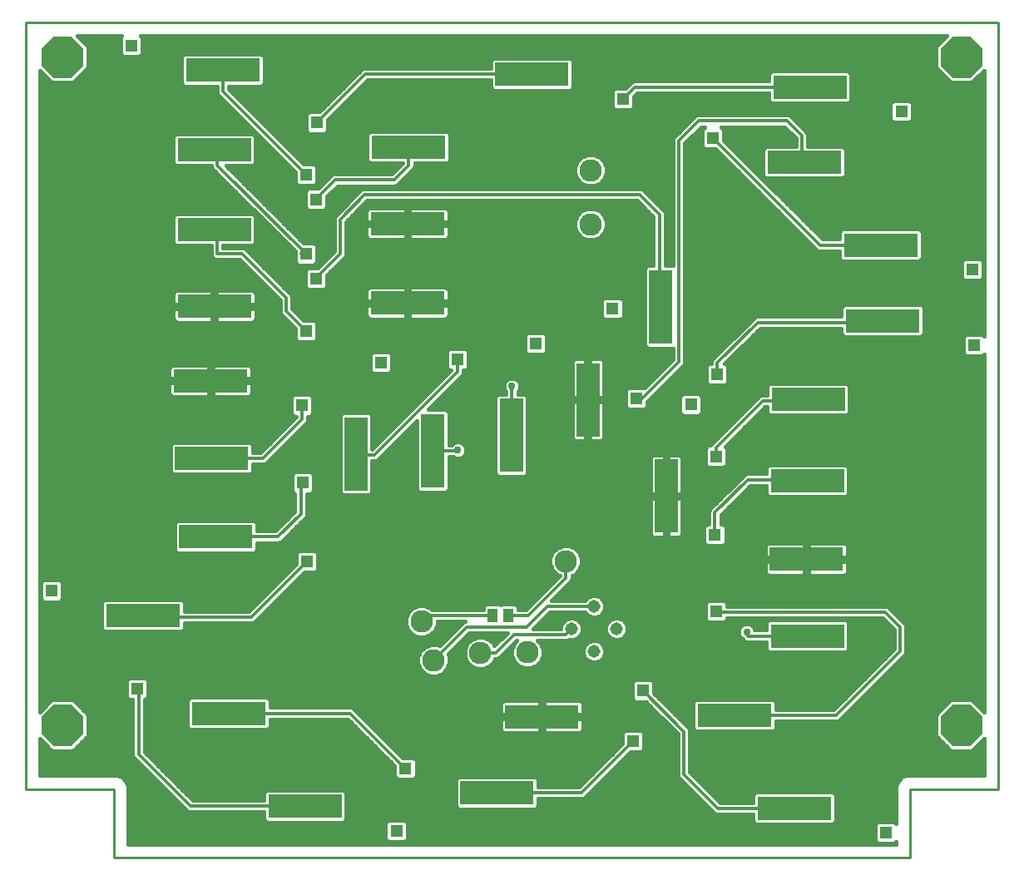
<source format=gtl>
G75*
%MOIN*%
%OFA0B0*%
%FSLAX25Y25*%
%IPPOS*%
%LPD*%
%AMOC8*
5,1,8,0,0,1.08239X$1,22.5*
%
%ADD10C,0.05150*%
%ADD11R,0.03937X0.05709*%
%ADD12C,0.09000*%
%ADD13R,0.29528X0.09252*%
%ADD14R,0.05150X0.05150*%
%ADD15R,0.09252X0.29528*%
%ADD16OC8,0.16835*%
%ADD17C,0.01181*%
%ADD18C,0.02978*%
%ADD19C,0.01600*%
%ADD20C,0.04592*%
%ADD21C,0.00984*%
D10*
X0295281Y0211980D03*
X0304313Y0221007D03*
X0313344Y0211980D03*
X0304313Y0202952D03*
D11*
X0270021Y0217443D03*
X0263564Y0217443D03*
D12*
X0277598Y0202525D03*
X0258756Y0202378D03*
X0240028Y0199432D03*
X0235142Y0214964D03*
X0293060Y0239123D03*
X0302902Y0374162D03*
X0302902Y0395816D03*
D13*
X0279359Y0434241D03*
X0229989Y0405028D03*
X0229595Y0374320D03*
X0229564Y0342548D03*
X0152225Y0341209D03*
X0152194Y0372036D03*
X0152194Y0403965D03*
X0155548Y0435855D03*
X0150650Y0311367D03*
X0151044Y0280343D03*
X0152690Y0248847D03*
X0123587Y0217351D03*
X0157910Y0178139D03*
X0188446Y0140894D03*
X0265391Y0146249D03*
X0283328Y0176800D03*
X0360595Y0177351D03*
X0389800Y0209162D03*
X0389406Y0239871D03*
X0389800Y0271288D03*
X0390194Y0304044D03*
X0419942Y0335461D03*
X0419225Y0365776D03*
X0388548Y0398926D03*
X0390776Y0429123D03*
X0384580Y0140107D03*
D14*
X0421233Y0130265D03*
X0353146Y0219005D03*
X0352753Y0249713D03*
X0353146Y0281131D03*
X0343099Y0301871D03*
X0353540Y0313887D03*
X0321209Y0304328D03*
X0311721Y0340422D03*
X0281013Y0326249D03*
X0249517Y0319950D03*
X0218808Y0318769D03*
X0188879Y0331367D03*
X0192910Y0352391D03*
X0188847Y0362194D03*
X0192942Y0384162D03*
X0188847Y0394123D03*
X0193335Y0414871D03*
X0118894Y0445698D03*
X0187304Y0301524D03*
X0187698Y0270501D03*
X0189343Y0239005D03*
X0121257Y0187981D03*
X0086934Y0227194D03*
X0225099Y0131052D03*
X0228737Y0156091D03*
X0319981Y0166957D03*
X0323942Y0187194D03*
X0456595Y0325619D03*
X0455879Y0355934D03*
X0427430Y0419280D03*
X0351894Y0408769D03*
X0316013Y0424398D03*
D15*
X0331052Y0340981D03*
X0301879Y0303769D03*
X0271170Y0289595D03*
X0239674Y0283296D03*
X0208965Y0282115D03*
X0333257Y0265217D03*
D16*
X0451524Y0173375D03*
X0451524Y0441091D03*
X0091288Y0441091D03*
X0091288Y0173375D03*
D17*
X0121800Y0161564D02*
X0121800Y0187438D01*
X0121257Y0187981D01*
X0121800Y0161564D02*
X0142469Y0140894D01*
X0188446Y0140894D01*
X0206690Y0178139D02*
X0157910Y0178139D01*
X0167020Y0216682D02*
X0124257Y0216682D01*
X0123587Y0217351D01*
X0152690Y0248847D02*
X0177587Y0248847D01*
X0186761Y0258020D01*
X0186761Y0269564D01*
X0187698Y0270501D01*
X0171682Y0280343D02*
X0187304Y0295965D01*
X0187304Y0301524D01*
X0171682Y0280343D02*
X0151044Y0280343D01*
X0189343Y0239005D02*
X0167020Y0216682D01*
X0206690Y0178139D02*
X0228737Y0156091D01*
X0265391Y0146249D02*
X0299272Y0146249D01*
X0319981Y0166957D01*
X0323942Y0187194D02*
X0340304Y0170831D01*
X0340304Y0153690D01*
X0353887Y0140107D01*
X0384580Y0140107D01*
X0401367Y0177351D02*
X0360595Y0177351D01*
X0365872Y0209162D02*
X0389800Y0209162D01*
X0421013Y0218650D02*
X0353501Y0218650D01*
X0353146Y0219005D01*
X0352753Y0249713D02*
X0352753Y0258658D01*
X0365894Y0271800D01*
X0389288Y0271800D01*
X0389800Y0271288D01*
X0389446Y0303296D02*
X0371800Y0303296D01*
X0353146Y0284643D01*
X0353146Y0281131D01*
X0323619Y0304328D02*
X0338335Y0319044D01*
X0338335Y0407627D01*
X0346209Y0415501D01*
X0381643Y0415501D01*
X0387548Y0409595D01*
X0387548Y0400673D01*
X0388548Y0399673D01*
X0388548Y0400721D01*
X0388548Y0399673D02*
X0388548Y0398926D01*
X0390776Y0429123D02*
X0320737Y0429123D01*
X0316013Y0424398D01*
X0351894Y0408769D02*
X0394887Y0365776D01*
X0419225Y0365776D01*
X0419942Y0335461D02*
X0419272Y0334792D01*
X0369831Y0334792D01*
X0353540Y0318501D01*
X0353540Y0313887D01*
X0332430Y0336761D02*
X0330461Y0338729D01*
X0330461Y0378099D01*
X0322587Y0385973D01*
X0212351Y0385973D01*
X0202509Y0376131D01*
X0202509Y0362351D01*
X0192910Y0352753D01*
X0192910Y0352391D01*
X0188847Y0362194D02*
X0186918Y0362194D01*
X0188847Y0362194D02*
X0153296Y0397745D01*
X0153296Y0402863D01*
X0152194Y0403965D01*
X0155548Y0427422D02*
X0155548Y0435855D01*
X0155548Y0427422D02*
X0188847Y0394123D01*
X0192942Y0384280D02*
X0200540Y0391879D01*
X0224162Y0391879D01*
X0230068Y0397784D01*
X0230068Y0404950D01*
X0229989Y0405028D01*
X0212706Y0434241D02*
X0193335Y0414871D01*
X0212706Y0434241D02*
X0279359Y0434241D01*
X0192942Y0384280D02*
X0192942Y0384162D01*
X0163139Y0368257D02*
X0159359Y0372036D01*
X0152194Y0372036D01*
X0153296Y0370934D01*
X0153296Y0362351D01*
X0163139Y0362351D01*
X0180855Y0344635D01*
X0180855Y0339391D01*
X0188879Y0331367D01*
X0208965Y0282115D02*
X0209438Y0281643D01*
X0216288Y0281643D01*
X0249517Y0314871D01*
X0249517Y0319950D01*
X0271406Y0309202D02*
X0271406Y0289044D01*
X0271170Y0289595D01*
X0249753Y0283611D02*
X0249438Y0283296D01*
X0239674Y0283296D01*
X0293060Y0239123D02*
X0293060Y0232430D01*
X0278073Y0217443D01*
X0270021Y0217443D01*
X0263564Y0217443D02*
X0237621Y0217443D01*
X0235142Y0214964D01*
X0240028Y0199432D02*
X0253341Y0212745D01*
X0277312Y0212745D01*
X0285574Y0221007D01*
X0304313Y0221007D01*
X0295281Y0211980D02*
X0292936Y0209713D01*
X0272154Y0209635D01*
X0264977Y0202378D01*
X0258756Y0202378D01*
X0321209Y0304328D02*
X0323619Y0304328D01*
X0389446Y0303296D02*
X0390194Y0304044D01*
X0421013Y0218650D02*
X0426918Y0212745D01*
X0426918Y0202902D01*
X0401367Y0177351D01*
D18*
X0365518Y0210776D03*
X0271406Y0309202D03*
X0249753Y0283611D03*
D19*
X0252790Y0284872D02*
X0264744Y0284872D01*
X0264744Y0286470D02*
X0251444Y0286470D01*
X0251616Y0286399D02*
X0250407Y0286900D01*
X0249099Y0286900D01*
X0247890Y0286399D01*
X0247177Y0285687D01*
X0246100Y0285687D01*
X0246100Y0298805D01*
X0245046Y0299860D01*
X0237886Y0299860D01*
X0250871Y0312844D01*
X0251543Y0313517D01*
X0251907Y0314395D01*
X0251907Y0315575D01*
X0252837Y0315575D01*
X0253891Y0316629D01*
X0253891Y0323270D01*
X0252837Y0324324D01*
X0246196Y0324324D01*
X0245142Y0323270D01*
X0245142Y0316629D01*
X0246196Y0315575D01*
X0246840Y0315575D01*
X0215391Y0284126D01*
X0215391Y0297624D01*
X0214337Y0298679D01*
X0203594Y0298679D01*
X0202539Y0297624D01*
X0202539Y0266606D01*
X0203594Y0265551D01*
X0214337Y0265551D01*
X0215391Y0266606D01*
X0215391Y0279252D01*
X0216764Y0279252D01*
X0217642Y0279616D01*
X0233248Y0295222D01*
X0233248Y0267787D01*
X0234302Y0266732D01*
X0245046Y0266732D01*
X0246100Y0267787D01*
X0246100Y0280906D01*
X0247807Y0280906D01*
X0247890Y0280823D01*
X0249099Y0280322D01*
X0250407Y0280322D01*
X0251616Y0280823D01*
X0252541Y0281748D01*
X0253042Y0282957D01*
X0253042Y0284265D01*
X0252541Y0285474D01*
X0251616Y0286399D01*
X0253042Y0283273D02*
X0264744Y0283273D01*
X0264744Y0281675D02*
X0252468Y0281675D01*
X0248061Y0286470D02*
X0246100Y0286470D01*
X0246100Y0288069D02*
X0264744Y0288069D01*
X0264744Y0289667D02*
X0246100Y0289667D01*
X0246100Y0291266D02*
X0264744Y0291266D01*
X0264744Y0292864D02*
X0246100Y0292864D01*
X0246100Y0294463D02*
X0264744Y0294463D01*
X0264744Y0296061D02*
X0246100Y0296061D01*
X0246100Y0297660D02*
X0264744Y0297660D01*
X0264744Y0299258D02*
X0245647Y0299258D01*
X0242080Y0304054D02*
X0264744Y0304054D01*
X0264744Y0305105D02*
X0264744Y0274086D01*
X0265798Y0273031D01*
X0276542Y0273031D01*
X0277596Y0274086D01*
X0277596Y0305105D01*
X0276542Y0306159D01*
X0273797Y0306159D01*
X0273797Y0306941D01*
X0274195Y0307339D01*
X0274695Y0308547D01*
X0274695Y0309856D01*
X0274195Y0311065D01*
X0273269Y0311990D01*
X0272061Y0312491D01*
X0270752Y0312491D01*
X0269543Y0311990D01*
X0268618Y0311065D01*
X0268117Y0309856D01*
X0268117Y0308547D01*
X0268618Y0307339D01*
X0269016Y0306941D01*
X0269016Y0306159D01*
X0265798Y0306159D01*
X0264744Y0305105D01*
X0265292Y0305653D02*
X0243679Y0305653D01*
X0245277Y0307251D02*
X0268706Y0307251D01*
X0268117Y0308850D02*
X0246876Y0308850D01*
X0248474Y0310448D02*
X0268363Y0310448D01*
X0269680Y0312047D02*
X0250073Y0312047D01*
X0251596Y0313645D02*
X0295453Y0313645D01*
X0295453Y0312047D02*
X0273132Y0312047D01*
X0274450Y0310448D02*
X0295453Y0310448D01*
X0295453Y0308850D02*
X0274695Y0308850D01*
X0274107Y0307251D02*
X0295453Y0307251D01*
X0295453Y0305653D02*
X0277048Y0305653D01*
X0277596Y0304054D02*
X0301079Y0304054D01*
X0301079Y0304568D02*
X0301079Y0302969D01*
X0295453Y0302969D01*
X0295453Y0288768D01*
X0295575Y0288310D01*
X0295812Y0287899D01*
X0296148Y0287564D01*
X0296558Y0287327D01*
X0297016Y0287205D01*
X0301079Y0287205D01*
X0301079Y0302968D01*
X0302679Y0302968D01*
X0302679Y0287205D01*
X0306742Y0287205D01*
X0307199Y0287327D01*
X0307610Y0287564D01*
X0307945Y0287899D01*
X0308182Y0288310D01*
X0308305Y0288768D01*
X0308305Y0302969D01*
X0302679Y0302969D01*
X0302679Y0304568D01*
X0308305Y0304568D01*
X0308305Y0318769D01*
X0308182Y0319227D01*
X0307945Y0319638D01*
X0307610Y0319973D01*
X0307199Y0320210D01*
X0306742Y0320332D01*
X0302679Y0320332D01*
X0302679Y0304569D01*
X0301079Y0304569D01*
X0301079Y0320332D01*
X0297016Y0320332D01*
X0296558Y0320210D01*
X0296148Y0319973D01*
X0295812Y0319638D01*
X0295575Y0319227D01*
X0295453Y0318769D01*
X0295453Y0304568D01*
X0301079Y0304568D01*
X0301079Y0305653D02*
X0302679Y0305653D01*
X0302679Y0307251D02*
X0301079Y0307251D01*
X0301079Y0308850D02*
X0302679Y0308850D01*
X0302679Y0310448D02*
X0301079Y0310448D01*
X0301079Y0312047D02*
X0302679Y0312047D01*
X0302679Y0313645D02*
X0301079Y0313645D01*
X0301079Y0315244D02*
X0302679Y0315244D01*
X0302679Y0316842D02*
X0301079Y0316842D01*
X0301079Y0318441D02*
X0302679Y0318441D01*
X0302679Y0320039D02*
X0301079Y0320039D01*
X0296263Y0320039D02*
X0253891Y0320039D01*
X0253891Y0318441D02*
X0295453Y0318441D01*
X0295453Y0316842D02*
X0253891Y0316842D01*
X0251907Y0315244D02*
X0295453Y0315244D01*
X0285387Y0322928D02*
X0285387Y0329569D01*
X0284333Y0330624D01*
X0277692Y0330624D01*
X0276638Y0329569D01*
X0276638Y0322928D01*
X0277692Y0321874D01*
X0284333Y0321874D01*
X0285387Y0322928D01*
X0285387Y0323236D02*
X0335945Y0323236D01*
X0335945Y0324417D02*
X0335945Y0320034D01*
X0324571Y0308661D01*
X0324530Y0308702D01*
X0317889Y0308702D01*
X0316835Y0307648D01*
X0316835Y0301007D01*
X0317889Y0299953D01*
X0324530Y0299953D01*
X0325584Y0301007D01*
X0325584Y0302912D01*
X0340362Y0317690D01*
X0340726Y0318569D01*
X0340726Y0406637D01*
X0347200Y0413110D01*
X0348541Y0413110D01*
X0347520Y0412089D01*
X0347520Y0405448D01*
X0348574Y0404394D01*
X0352889Y0404394D01*
X0393532Y0363750D01*
X0394411Y0363386D01*
X0402661Y0363386D01*
X0402661Y0360405D01*
X0403716Y0359350D01*
X0434735Y0359350D01*
X0435789Y0360405D01*
X0435789Y0371148D01*
X0434735Y0372202D01*
X0403716Y0372202D01*
X0402661Y0371148D01*
X0402661Y0368167D01*
X0395877Y0368167D01*
X0356269Y0407774D01*
X0356269Y0412089D01*
X0355248Y0413110D01*
X0380652Y0413110D01*
X0385157Y0408605D01*
X0385157Y0405352D01*
X0373039Y0405352D01*
X0371984Y0404298D01*
X0371984Y0393554D01*
X0373039Y0392500D01*
X0404057Y0392500D01*
X0405112Y0393554D01*
X0405112Y0404298D01*
X0404057Y0405352D01*
X0389939Y0405352D01*
X0389939Y0410071D01*
X0389575Y0410949D01*
X0388902Y0411622D01*
X0382997Y0417527D01*
X0382118Y0417891D01*
X0345734Y0417891D01*
X0344855Y0417527D01*
X0344183Y0416855D01*
X0336309Y0408981D01*
X0335945Y0408102D01*
X0335945Y0357545D01*
X0332852Y0357545D01*
X0332852Y0378575D01*
X0332488Y0379453D01*
X0331816Y0380126D01*
X0323942Y0388000D01*
X0323063Y0388364D01*
X0211876Y0388364D01*
X0210997Y0388000D01*
X0210325Y0387327D01*
X0200482Y0377485D01*
X0200118Y0376606D01*
X0200118Y0363341D01*
X0193542Y0356765D01*
X0189590Y0356765D01*
X0188535Y0355711D01*
X0188535Y0349070D01*
X0189590Y0348016D01*
X0196231Y0348016D01*
X0197285Y0349070D01*
X0197285Y0353747D01*
X0203863Y0360325D01*
X0204535Y0360997D01*
X0204899Y0361876D01*
X0204899Y0375141D01*
X0213341Y0383583D01*
X0321597Y0383583D01*
X0328071Y0377109D01*
X0328071Y0357545D01*
X0325680Y0357545D01*
X0324626Y0356490D01*
X0324626Y0325472D01*
X0325680Y0324417D01*
X0335945Y0324417D01*
X0335945Y0321638D02*
X0253891Y0321638D01*
X0253891Y0323236D02*
X0276638Y0323236D01*
X0276638Y0324835D02*
X0082124Y0324835D01*
X0082124Y0326433D02*
X0276638Y0326433D01*
X0276638Y0328032D02*
X0193239Y0328032D01*
X0193254Y0328047D02*
X0193254Y0334687D01*
X0192199Y0335742D01*
X0187885Y0335742D01*
X0183246Y0340381D01*
X0183246Y0345110D01*
X0182882Y0345989D01*
X0164493Y0364378D01*
X0163614Y0364742D01*
X0155687Y0364742D01*
X0155687Y0365610D01*
X0167703Y0365610D01*
X0168757Y0366665D01*
X0168757Y0377408D01*
X0167703Y0378462D01*
X0136684Y0378462D01*
X0135630Y0377408D01*
X0135630Y0366665D01*
X0136684Y0365610D01*
X0150906Y0365610D01*
X0150906Y0361876D01*
X0151269Y0360997D01*
X0151942Y0360325D01*
X0152821Y0359961D01*
X0162148Y0359961D01*
X0178465Y0343644D01*
X0178465Y0338915D01*
X0178829Y0338036D01*
X0179501Y0337364D01*
X0184504Y0332361D01*
X0184504Y0328047D01*
X0185558Y0326992D01*
X0192199Y0326992D01*
X0193254Y0328047D01*
X0193254Y0329630D02*
X0276699Y0329630D01*
X0285326Y0329630D02*
X0324626Y0329630D01*
X0324626Y0328032D02*
X0285387Y0328032D01*
X0285387Y0326433D02*
X0324626Y0326433D01*
X0325263Y0324835D02*
X0285387Y0324835D01*
X0307495Y0320039D02*
X0335945Y0320039D01*
X0334351Y0318441D02*
X0308305Y0318441D01*
X0308305Y0316842D02*
X0332753Y0316842D01*
X0331154Y0315244D02*
X0308305Y0315244D01*
X0308305Y0313645D02*
X0329556Y0313645D01*
X0327957Y0312047D02*
X0308305Y0312047D01*
X0308305Y0310448D02*
X0326359Y0310448D01*
X0324760Y0308850D02*
X0308305Y0308850D01*
X0308305Y0307251D02*
X0316835Y0307251D01*
X0316835Y0305653D02*
X0308305Y0305653D01*
X0308305Y0302455D02*
X0316835Y0302455D01*
X0316835Y0304054D02*
X0302679Y0304054D01*
X0302679Y0302455D02*
X0301079Y0302455D01*
X0301079Y0300857D02*
X0302679Y0300857D01*
X0302679Y0299258D02*
X0301079Y0299258D01*
X0301079Y0297660D02*
X0302679Y0297660D01*
X0302679Y0296061D02*
X0301079Y0296061D01*
X0301079Y0294463D02*
X0302679Y0294463D01*
X0302679Y0292864D02*
X0301079Y0292864D01*
X0301079Y0291266D02*
X0302679Y0291266D01*
X0302679Y0289667D02*
X0301079Y0289667D01*
X0301079Y0288069D02*
X0302679Y0288069D01*
X0308043Y0288069D02*
X0353192Y0288069D01*
X0351792Y0286669D02*
X0351120Y0285997D01*
X0350916Y0285505D01*
X0349826Y0285505D01*
X0348772Y0284451D01*
X0348772Y0277810D01*
X0349826Y0276756D01*
X0356467Y0276756D01*
X0357521Y0277810D01*
X0357521Y0284451D01*
X0356929Y0285044D01*
X0372790Y0300906D01*
X0373630Y0300906D01*
X0373630Y0298673D01*
X0374684Y0297618D01*
X0405703Y0297618D01*
X0406757Y0298673D01*
X0406757Y0309416D01*
X0405703Y0310470D01*
X0374684Y0310470D01*
X0373630Y0309416D01*
X0373630Y0305687D01*
X0371324Y0305687D01*
X0370446Y0305323D01*
X0351792Y0286669D01*
X0351594Y0286470D02*
X0277596Y0286470D01*
X0277596Y0284872D02*
X0349192Y0284872D01*
X0348772Y0283273D02*
X0277596Y0283273D01*
X0277596Y0281675D02*
X0327997Y0281675D01*
X0327936Y0281658D02*
X0327525Y0281421D01*
X0327190Y0281086D01*
X0326953Y0280676D01*
X0326831Y0280218D01*
X0326831Y0266017D01*
X0332457Y0266017D01*
X0332457Y0281781D01*
X0328394Y0281781D01*
X0327936Y0281658D01*
X0326831Y0280076D02*
X0277596Y0280076D01*
X0277596Y0278478D02*
X0326831Y0278478D01*
X0326831Y0276879D02*
X0277596Y0276879D01*
X0277596Y0275281D02*
X0326831Y0275281D01*
X0326831Y0273682D02*
X0277192Y0273682D01*
X0265148Y0273682D02*
X0246100Y0273682D01*
X0246100Y0272084D02*
X0326831Y0272084D01*
X0326831Y0270485D02*
X0246100Y0270485D01*
X0246100Y0268887D02*
X0326831Y0268887D01*
X0326831Y0267288D02*
X0245602Y0267288D01*
X0246100Y0275281D02*
X0264744Y0275281D01*
X0264744Y0276879D02*
X0246100Y0276879D01*
X0246100Y0278478D02*
X0264744Y0278478D01*
X0264744Y0280076D02*
X0246100Y0280076D01*
X0233248Y0280076D02*
X0218103Y0280076D01*
X0219701Y0281675D02*
X0233248Y0281675D01*
X0233248Y0283273D02*
X0221300Y0283273D01*
X0222898Y0284872D02*
X0233248Y0284872D01*
X0233248Y0286470D02*
X0224497Y0286470D01*
X0226095Y0288069D02*
X0233248Y0288069D01*
X0233248Y0289667D02*
X0227694Y0289667D01*
X0229292Y0291266D02*
X0233248Y0291266D01*
X0233248Y0292864D02*
X0230891Y0292864D01*
X0232489Y0294463D02*
X0233248Y0294463D01*
X0228925Y0297660D02*
X0215356Y0297660D01*
X0215391Y0296061D02*
X0227326Y0296061D01*
X0225728Y0294463D02*
X0215391Y0294463D01*
X0215391Y0292864D02*
X0224129Y0292864D01*
X0222531Y0291266D02*
X0215391Y0291266D01*
X0215391Y0289667D02*
X0220932Y0289667D01*
X0219334Y0288069D02*
X0215391Y0288069D01*
X0215391Y0286470D02*
X0217735Y0286470D01*
X0216137Y0284872D02*
X0215391Y0284872D01*
X0215391Y0278478D02*
X0233248Y0278478D01*
X0233248Y0276879D02*
X0215391Y0276879D01*
X0215391Y0275281D02*
X0233248Y0275281D01*
X0233248Y0273682D02*
X0215391Y0273682D01*
X0215391Y0272084D02*
X0233248Y0272084D01*
X0233248Y0270485D02*
X0215391Y0270485D01*
X0215391Y0268887D02*
X0233248Y0268887D01*
X0233746Y0267288D02*
X0215391Y0267288D01*
X0214475Y0265690D02*
X0332457Y0265690D01*
X0332457Y0266017D02*
X0332457Y0264417D01*
X0334057Y0264417D01*
X0334057Y0266017D01*
X0339683Y0266017D01*
X0339683Y0280218D01*
X0339560Y0280676D01*
X0339323Y0281086D01*
X0338988Y0281421D01*
X0338577Y0281658D01*
X0338120Y0281781D01*
X0334057Y0281781D01*
X0334057Y0266017D01*
X0332457Y0266017D01*
X0332457Y0267288D02*
X0334057Y0267288D01*
X0334057Y0265690D02*
X0356403Y0265690D01*
X0354805Y0264091D02*
X0339683Y0264091D01*
X0339683Y0264417D02*
X0334057Y0264417D01*
X0334057Y0248654D01*
X0338120Y0248654D01*
X0338577Y0248776D01*
X0338988Y0249013D01*
X0339323Y0249348D01*
X0339560Y0249759D01*
X0339683Y0250217D01*
X0339683Y0264417D01*
X0339683Y0262493D02*
X0353206Y0262493D01*
X0351608Y0260894D02*
X0339683Y0260894D01*
X0339683Y0259296D02*
X0350429Y0259296D01*
X0350362Y0259134D02*
X0350362Y0254088D01*
X0349432Y0254088D01*
X0348378Y0253034D01*
X0348378Y0246393D01*
X0349432Y0245339D01*
X0356073Y0245339D01*
X0357128Y0246393D01*
X0357128Y0253034D01*
X0356073Y0254088D01*
X0355143Y0254088D01*
X0355143Y0257668D01*
X0366885Y0269409D01*
X0373236Y0269409D01*
X0373236Y0265917D01*
X0374291Y0264862D01*
X0405309Y0264862D01*
X0406364Y0265917D01*
X0406364Y0276660D01*
X0405309Y0277714D01*
X0374291Y0277714D01*
X0373236Y0276660D01*
X0373236Y0274191D01*
X0365419Y0274191D01*
X0364540Y0273827D01*
X0351399Y0260685D01*
X0350726Y0260012D01*
X0350362Y0259134D01*
X0350362Y0257697D02*
X0339683Y0257697D01*
X0339683Y0256099D02*
X0350362Y0256099D01*
X0350362Y0254500D02*
X0339683Y0254500D01*
X0339683Y0252902D02*
X0348378Y0252902D01*
X0348378Y0251303D02*
X0339683Y0251303D01*
X0339529Y0249705D02*
X0348378Y0249705D01*
X0348378Y0248106D02*
X0180227Y0248106D01*
X0178942Y0246821D02*
X0188115Y0255994D01*
X0188787Y0256666D01*
X0189151Y0257545D01*
X0189151Y0266126D01*
X0191018Y0266126D01*
X0192072Y0267180D01*
X0192072Y0273821D01*
X0191018Y0274876D01*
X0184377Y0274876D01*
X0183323Y0273821D01*
X0183323Y0267180D01*
X0184370Y0266133D01*
X0184370Y0259011D01*
X0176597Y0251238D01*
X0169254Y0251238D01*
X0169254Y0254219D01*
X0168199Y0255273D01*
X0137180Y0255273D01*
X0136126Y0254219D01*
X0136126Y0243476D01*
X0137180Y0242421D01*
X0168199Y0242421D01*
X0169254Y0243476D01*
X0169254Y0246457D01*
X0178063Y0246457D01*
X0178942Y0246821D01*
X0178186Y0246508D02*
X0348378Y0246508D01*
X0357128Y0246508D02*
X0460688Y0246508D01*
X0460688Y0248106D02*
X0357128Y0248106D01*
X0357128Y0249705D02*
X0460688Y0249705D01*
X0460688Y0251303D02*
X0357128Y0251303D01*
X0357128Y0252902D02*
X0460688Y0252902D01*
X0460688Y0254500D02*
X0355143Y0254500D01*
X0355143Y0256099D02*
X0460688Y0256099D01*
X0460688Y0257697D02*
X0355172Y0257697D01*
X0356771Y0259296D02*
X0460688Y0259296D01*
X0460688Y0260894D02*
X0358369Y0260894D01*
X0359968Y0262493D02*
X0460688Y0262493D01*
X0460688Y0264091D02*
X0361566Y0264091D01*
X0363165Y0265690D02*
X0373463Y0265690D01*
X0373236Y0267288D02*
X0364763Y0267288D01*
X0366362Y0268887D02*
X0373236Y0268887D01*
X0373236Y0275281D02*
X0339683Y0275281D01*
X0339683Y0276879D02*
X0349703Y0276879D01*
X0348772Y0278478D02*
X0339683Y0278478D01*
X0339683Y0280076D02*
X0348772Y0280076D01*
X0348772Y0281675D02*
X0338516Y0281675D01*
X0334057Y0281675D02*
X0332457Y0281675D01*
X0332457Y0280076D02*
X0334057Y0280076D01*
X0334057Y0278478D02*
X0332457Y0278478D01*
X0332457Y0276879D02*
X0334057Y0276879D01*
X0334057Y0275281D02*
X0332457Y0275281D01*
X0332457Y0273682D02*
X0334057Y0273682D01*
X0334057Y0272084D02*
X0332457Y0272084D01*
X0332457Y0270485D02*
X0334057Y0270485D01*
X0334057Y0268887D02*
X0332457Y0268887D01*
X0332457Y0264417D02*
X0326831Y0264417D01*
X0326831Y0250217D01*
X0326953Y0249759D01*
X0327190Y0249348D01*
X0327525Y0249013D01*
X0327936Y0248776D01*
X0328394Y0248654D01*
X0332457Y0248654D01*
X0332457Y0264417D01*
X0332457Y0264091D02*
X0334057Y0264091D01*
X0334057Y0262493D02*
X0332457Y0262493D01*
X0332457Y0260894D02*
X0334057Y0260894D01*
X0334057Y0259296D02*
X0332457Y0259296D01*
X0332457Y0257697D02*
X0334057Y0257697D01*
X0334057Y0256099D02*
X0332457Y0256099D01*
X0332457Y0254500D02*
X0334057Y0254500D01*
X0334057Y0252902D02*
X0332457Y0252902D01*
X0332457Y0251303D02*
X0334057Y0251303D01*
X0334057Y0249705D02*
X0332457Y0249705D01*
X0326985Y0249705D02*
X0181826Y0249705D01*
X0183424Y0251303D02*
X0326831Y0251303D01*
X0326831Y0252902D02*
X0185023Y0252902D01*
X0186621Y0254500D02*
X0326831Y0254500D01*
X0326831Y0256099D02*
X0188220Y0256099D01*
X0189151Y0257697D02*
X0326831Y0257697D01*
X0326831Y0259296D02*
X0189151Y0259296D01*
X0189151Y0260894D02*
X0326831Y0260894D01*
X0326831Y0262493D02*
X0189151Y0262493D01*
X0189151Y0264091D02*
X0326831Y0264091D01*
X0339683Y0267288D02*
X0358002Y0267288D01*
X0359600Y0268887D02*
X0339683Y0268887D01*
X0339683Y0270485D02*
X0361199Y0270485D01*
X0362798Y0272084D02*
X0339683Y0272084D01*
X0339683Y0273682D02*
X0364396Y0273682D01*
X0357521Y0278478D02*
X0460688Y0278478D01*
X0460688Y0280076D02*
X0357521Y0280076D01*
X0357521Y0281675D02*
X0460688Y0281675D01*
X0460688Y0283273D02*
X0357521Y0283273D01*
X0357100Y0284872D02*
X0460688Y0284872D01*
X0460688Y0286470D02*
X0358355Y0286470D01*
X0359954Y0288069D02*
X0460688Y0288069D01*
X0460688Y0289667D02*
X0361552Y0289667D01*
X0363151Y0291266D02*
X0460688Y0291266D01*
X0460688Y0292864D02*
X0364749Y0292864D01*
X0366348Y0294463D02*
X0460688Y0294463D01*
X0460688Y0296061D02*
X0367946Y0296061D01*
X0369545Y0297660D02*
X0374642Y0297660D01*
X0373630Y0299258D02*
X0371143Y0299258D01*
X0372742Y0300857D02*
X0373630Y0300857D01*
X0371242Y0305653D02*
X0347013Y0305653D01*
X0347474Y0305191D02*
X0346420Y0306246D01*
X0339779Y0306246D01*
X0338724Y0305191D01*
X0338724Y0298550D01*
X0339779Y0297496D01*
X0346420Y0297496D01*
X0347474Y0298550D01*
X0347474Y0305191D01*
X0347474Y0304054D02*
X0369177Y0304054D01*
X0367579Y0302455D02*
X0347474Y0302455D01*
X0347474Y0300857D02*
X0365980Y0300857D01*
X0364382Y0299258D02*
X0347474Y0299258D01*
X0346583Y0297660D02*
X0362783Y0297660D01*
X0361185Y0296061D02*
X0308305Y0296061D01*
X0308305Y0294463D02*
X0359586Y0294463D01*
X0357988Y0292864D02*
X0308305Y0292864D01*
X0308305Y0291266D02*
X0356389Y0291266D01*
X0354791Y0289667D02*
X0308305Y0289667D01*
X0308305Y0297660D02*
X0339615Y0297660D01*
X0338724Y0299258D02*
X0308305Y0299258D01*
X0308305Y0300857D02*
X0316985Y0300857D01*
X0325434Y0300857D02*
X0338724Y0300857D01*
X0338724Y0302455D02*
X0325584Y0302455D01*
X0326726Y0304054D02*
X0338724Y0304054D01*
X0339186Y0305653D02*
X0328325Y0305653D01*
X0329923Y0307251D02*
X0373630Y0307251D01*
X0373630Y0308850D02*
X0331522Y0308850D01*
X0333120Y0310448D02*
X0349284Y0310448D01*
X0349165Y0310566D02*
X0350220Y0309512D01*
X0356861Y0309512D01*
X0357915Y0310566D01*
X0357915Y0317207D01*
X0356861Y0318261D01*
X0356682Y0318261D01*
X0370822Y0332402D01*
X0403378Y0332402D01*
X0403378Y0330090D01*
X0404432Y0329035D01*
X0435451Y0329035D01*
X0436505Y0330090D01*
X0436505Y0340833D01*
X0435451Y0341887D01*
X0404432Y0341887D01*
X0403378Y0340833D01*
X0403378Y0337183D01*
X0369356Y0337183D01*
X0368477Y0336819D01*
X0352186Y0320527D01*
X0351514Y0319855D01*
X0351150Y0318976D01*
X0351150Y0318261D01*
X0350220Y0318261D01*
X0349165Y0317207D01*
X0349165Y0310566D01*
X0349165Y0312047D02*
X0334719Y0312047D01*
X0336317Y0313645D02*
X0349165Y0313645D01*
X0349165Y0315244D02*
X0337916Y0315244D01*
X0339514Y0316842D02*
X0349165Y0316842D01*
X0351150Y0318441D02*
X0340673Y0318441D01*
X0340726Y0320039D02*
X0351698Y0320039D01*
X0353296Y0321638D02*
X0340726Y0321638D01*
X0340726Y0323236D02*
X0354895Y0323236D01*
X0356493Y0324835D02*
X0340726Y0324835D01*
X0340726Y0326433D02*
X0358092Y0326433D01*
X0359690Y0328032D02*
X0340726Y0328032D01*
X0340726Y0329630D02*
X0361289Y0329630D01*
X0362887Y0331229D02*
X0340726Y0331229D01*
X0340726Y0332827D02*
X0364486Y0332827D01*
X0366084Y0334426D02*
X0340726Y0334426D01*
X0340726Y0336024D02*
X0367683Y0336024D01*
X0369649Y0331229D02*
X0403378Y0331229D01*
X0403838Y0329630D02*
X0368050Y0329630D01*
X0366452Y0328032D02*
X0452220Y0328032D01*
X0452220Y0328939D02*
X0452220Y0322298D01*
X0453275Y0321244D01*
X0459916Y0321244D01*
X0460688Y0322017D01*
X0460688Y0178660D01*
X0455757Y0183592D01*
X0447292Y0183592D01*
X0441307Y0177607D01*
X0441307Y0169143D01*
X0447292Y0163157D01*
X0455757Y0163157D01*
X0460688Y0168089D01*
X0460688Y0153384D01*
X0429741Y0153384D01*
X0427683Y0152532D01*
X0426108Y0150956D01*
X0425255Y0148898D01*
X0425255Y0133938D01*
X0424553Y0134639D01*
X0417913Y0134639D01*
X0416858Y0133585D01*
X0416858Y0126944D01*
X0417913Y0125890D01*
X0424553Y0125890D01*
X0425255Y0126591D01*
X0425255Y0125825D01*
X0117557Y0125825D01*
X0117557Y0146670D01*
X0117557Y0148898D01*
X0116705Y0150956D01*
X0115130Y0152532D01*
X0113071Y0153384D01*
X0082124Y0153384D01*
X0082124Y0168089D01*
X0087056Y0163157D01*
X0095520Y0163157D01*
X0101505Y0169143D01*
X0101505Y0177607D01*
X0095520Y0183592D01*
X0087056Y0183592D01*
X0082124Y0178660D01*
X0082124Y0435806D01*
X0087056Y0430874D01*
X0095520Y0430874D01*
X0101505Y0436859D01*
X0101505Y0445323D01*
X0097290Y0449539D01*
X0115040Y0449539D01*
X0114520Y0449018D01*
X0114520Y0442377D01*
X0115574Y0441323D01*
X0122215Y0441323D01*
X0123269Y0442377D01*
X0123269Y0449018D01*
X0122749Y0449539D01*
X0445522Y0449539D01*
X0441307Y0445323D01*
X0441307Y0436859D01*
X0447292Y0430874D01*
X0455757Y0430874D01*
X0460688Y0435806D01*
X0460688Y0329221D01*
X0459916Y0329994D01*
X0453275Y0329994D01*
X0452220Y0328939D01*
X0452911Y0329630D02*
X0436046Y0329630D01*
X0436505Y0331229D02*
X0460688Y0331229D01*
X0460688Y0332827D02*
X0436505Y0332827D01*
X0436505Y0334426D02*
X0460688Y0334426D01*
X0460688Y0336024D02*
X0436505Y0336024D01*
X0436505Y0337623D02*
X0460688Y0337623D01*
X0460688Y0339221D02*
X0436505Y0339221D01*
X0436505Y0340820D02*
X0460688Y0340820D01*
X0460688Y0342418D02*
X0340726Y0342418D01*
X0340726Y0340820D02*
X0403378Y0340820D01*
X0403378Y0339221D02*
X0340726Y0339221D01*
X0340726Y0337623D02*
X0403378Y0337623D01*
X0403064Y0360002D02*
X0340726Y0360002D01*
X0340726Y0361600D02*
X0402661Y0361600D01*
X0402661Y0363199D02*
X0340726Y0363199D01*
X0340726Y0364797D02*
X0392485Y0364797D01*
X0390886Y0366396D02*
X0340726Y0366396D01*
X0340726Y0367994D02*
X0389288Y0367994D01*
X0387689Y0369593D02*
X0340726Y0369593D01*
X0340726Y0371191D02*
X0386091Y0371191D01*
X0384492Y0372790D02*
X0340726Y0372790D01*
X0340726Y0374388D02*
X0382894Y0374388D01*
X0381295Y0375987D02*
X0340726Y0375987D01*
X0340726Y0377586D02*
X0379697Y0377586D01*
X0378098Y0379184D02*
X0340726Y0379184D01*
X0340726Y0380783D02*
X0376500Y0380783D01*
X0374901Y0382381D02*
X0340726Y0382381D01*
X0340726Y0383980D02*
X0373303Y0383980D01*
X0371704Y0385578D02*
X0340726Y0385578D01*
X0340726Y0387177D02*
X0370106Y0387177D01*
X0368507Y0388775D02*
X0340726Y0388775D01*
X0340726Y0390374D02*
X0366909Y0390374D01*
X0365310Y0391972D02*
X0340726Y0391972D01*
X0340726Y0393571D02*
X0363712Y0393571D01*
X0362113Y0395169D02*
X0340726Y0395169D01*
X0340726Y0396768D02*
X0360515Y0396768D01*
X0358916Y0398366D02*
X0340726Y0398366D01*
X0340726Y0399965D02*
X0357318Y0399965D01*
X0355719Y0401563D02*
X0340726Y0401563D01*
X0340726Y0403162D02*
X0354121Y0403162D01*
X0357685Y0406359D02*
X0385157Y0406359D01*
X0385157Y0407957D02*
X0356269Y0407957D01*
X0356269Y0409556D02*
X0384207Y0409556D01*
X0382608Y0411154D02*
X0356269Y0411154D01*
X0355605Y0412753D02*
X0381010Y0412753D01*
X0384574Y0415950D02*
X0423065Y0415950D01*
X0423055Y0415960D02*
X0424110Y0414906D01*
X0430750Y0414906D01*
X0431805Y0415960D01*
X0431805Y0422601D01*
X0430750Y0423655D01*
X0424110Y0423655D01*
X0423055Y0422601D01*
X0423055Y0415960D01*
X0423055Y0417548D02*
X0382946Y0417548D01*
X0386173Y0414351D02*
X0460688Y0414351D01*
X0460688Y0412753D02*
X0387771Y0412753D01*
X0389370Y0411154D02*
X0460688Y0411154D01*
X0460688Y0409556D02*
X0389939Y0409556D01*
X0389939Y0407957D02*
X0460688Y0407957D01*
X0460688Y0406359D02*
X0389939Y0406359D01*
X0404649Y0404760D02*
X0460688Y0404760D01*
X0460688Y0403162D02*
X0405112Y0403162D01*
X0405112Y0401563D02*
X0460688Y0401563D01*
X0460688Y0399965D02*
X0405112Y0399965D01*
X0405112Y0398366D02*
X0460688Y0398366D01*
X0460688Y0396768D02*
X0405112Y0396768D01*
X0405112Y0395169D02*
X0460688Y0395169D01*
X0460688Y0393571D02*
X0405112Y0393571D01*
X0388057Y0375987D02*
X0460688Y0375987D01*
X0460688Y0374388D02*
X0389655Y0374388D01*
X0391254Y0372790D02*
X0460688Y0372790D01*
X0460688Y0371191D02*
X0435745Y0371191D01*
X0435789Y0369593D02*
X0460688Y0369593D01*
X0460688Y0367994D02*
X0435789Y0367994D01*
X0435789Y0366396D02*
X0460688Y0366396D01*
X0460688Y0364797D02*
X0435789Y0364797D01*
X0435789Y0363199D02*
X0460688Y0363199D01*
X0460688Y0361600D02*
X0435789Y0361600D01*
X0435386Y0360002D02*
X0452252Y0360002D01*
X0452558Y0360309D02*
X0451504Y0359254D01*
X0451504Y0352613D01*
X0452558Y0351559D01*
X0459199Y0351559D01*
X0460254Y0352613D01*
X0460254Y0359254D01*
X0459199Y0360309D01*
X0452558Y0360309D01*
X0451504Y0358403D02*
X0340726Y0358403D01*
X0340726Y0356805D02*
X0451504Y0356805D01*
X0451504Y0355206D02*
X0340726Y0355206D01*
X0340726Y0353608D02*
X0451504Y0353608D01*
X0452108Y0352009D02*
X0340726Y0352009D01*
X0340726Y0350411D02*
X0460688Y0350411D01*
X0460688Y0352009D02*
X0459649Y0352009D01*
X0460254Y0353608D02*
X0460688Y0353608D01*
X0460688Y0355206D02*
X0460254Y0355206D01*
X0460254Y0356805D02*
X0460688Y0356805D01*
X0460688Y0358403D02*
X0460254Y0358403D01*
X0460688Y0360002D02*
X0459506Y0360002D01*
X0460688Y0348812D02*
X0340726Y0348812D01*
X0340726Y0347214D02*
X0460688Y0347214D01*
X0460688Y0345615D02*
X0340726Y0345615D01*
X0340726Y0344017D02*
X0460688Y0344017D01*
X0460688Y0329630D02*
X0460279Y0329630D01*
X0452220Y0326433D02*
X0364853Y0326433D01*
X0363255Y0324835D02*
X0452220Y0324835D01*
X0452220Y0323236D02*
X0361656Y0323236D01*
X0360058Y0321638D02*
X0452881Y0321638D01*
X0460309Y0321638D02*
X0460688Y0321638D01*
X0460688Y0320039D02*
X0358459Y0320039D01*
X0356861Y0318441D02*
X0460688Y0318441D01*
X0460688Y0316842D02*
X0357915Y0316842D01*
X0357915Y0315244D02*
X0460688Y0315244D01*
X0460688Y0313645D02*
X0357915Y0313645D01*
X0357915Y0312047D02*
X0460688Y0312047D01*
X0460688Y0310448D02*
X0405725Y0310448D01*
X0406757Y0308850D02*
X0460688Y0308850D01*
X0460688Y0307251D02*
X0406757Y0307251D01*
X0406757Y0305653D02*
X0460688Y0305653D01*
X0460688Y0304054D02*
X0406757Y0304054D01*
X0406757Y0302455D02*
X0460688Y0302455D01*
X0460688Y0300857D02*
X0406757Y0300857D01*
X0406757Y0299258D02*
X0460688Y0299258D01*
X0460688Y0297660D02*
X0405745Y0297660D01*
X0406144Y0276879D02*
X0460688Y0276879D01*
X0460688Y0275281D02*
X0406364Y0275281D01*
X0406364Y0273682D02*
X0460688Y0273682D01*
X0460688Y0272084D02*
X0406364Y0272084D01*
X0406364Y0270485D02*
X0460688Y0270485D01*
X0460688Y0268887D02*
X0406364Y0268887D01*
X0406364Y0267288D02*
X0460688Y0267288D01*
X0460688Y0265690D02*
X0406137Y0265690D01*
X0404407Y0246297D02*
X0390206Y0246297D01*
X0390206Y0240671D01*
X0388606Y0240671D01*
X0388606Y0239071D01*
X0372843Y0239071D01*
X0372843Y0235008D01*
X0372965Y0234550D01*
X0373202Y0234140D01*
X0373537Y0233805D01*
X0373948Y0233568D01*
X0374406Y0233445D01*
X0388606Y0233445D01*
X0388606Y0239071D01*
X0390206Y0239071D01*
X0390206Y0233445D01*
X0404407Y0233445D01*
X0404865Y0233568D01*
X0405275Y0233805D01*
X0405610Y0234140D01*
X0405847Y0234550D01*
X0405970Y0235008D01*
X0405970Y0239071D01*
X0390206Y0239071D01*
X0390206Y0240671D01*
X0405970Y0240671D01*
X0405970Y0244734D01*
X0405847Y0245192D01*
X0405610Y0245602D01*
X0405275Y0245937D01*
X0404865Y0246174D01*
X0404407Y0246297D01*
X0405923Y0244909D02*
X0460688Y0244909D01*
X0460688Y0243311D02*
X0405970Y0243311D01*
X0405970Y0241712D02*
X0460688Y0241712D01*
X0460688Y0240114D02*
X0390206Y0240114D01*
X0390206Y0241712D02*
X0388606Y0241712D01*
X0388606Y0240671D02*
X0388606Y0246297D01*
X0374406Y0246297D01*
X0373948Y0246174D01*
X0373537Y0245937D01*
X0373202Y0245602D01*
X0372965Y0245192D01*
X0372843Y0244734D01*
X0372843Y0240671D01*
X0388606Y0240671D01*
X0388606Y0240114D02*
X0299360Y0240114D01*
X0299360Y0240376D02*
X0298401Y0242691D01*
X0296628Y0244464D01*
X0294313Y0245423D01*
X0291807Y0245423D01*
X0289491Y0244464D01*
X0287719Y0242691D01*
X0286760Y0240376D01*
X0286760Y0237870D01*
X0287719Y0235554D01*
X0289491Y0233782D01*
X0290580Y0233331D01*
X0277082Y0219833D01*
X0273790Y0219833D01*
X0273790Y0221043D01*
X0272735Y0222097D01*
X0267307Y0222097D01*
X0266793Y0221583D01*
X0266278Y0222097D01*
X0260850Y0222097D01*
X0259796Y0221043D01*
X0259796Y0219833D01*
X0239182Y0219833D01*
X0238711Y0220305D01*
X0236395Y0221264D01*
X0233889Y0221264D01*
X0231573Y0220305D01*
X0229801Y0218532D01*
X0228842Y0216217D01*
X0228842Y0213711D01*
X0229801Y0211395D01*
X0231573Y0209623D01*
X0233889Y0208664D01*
X0236395Y0208664D01*
X0238711Y0209623D01*
X0240483Y0211395D01*
X0241442Y0213711D01*
X0241442Y0215052D01*
X0252664Y0215052D01*
X0251987Y0214771D01*
X0242460Y0205244D01*
X0241281Y0205732D01*
X0238775Y0205732D01*
X0236460Y0204773D01*
X0234687Y0203001D01*
X0233728Y0200685D01*
X0233728Y0198179D01*
X0234687Y0195863D01*
X0236460Y0194091D01*
X0238775Y0193132D01*
X0241281Y0193132D01*
X0243597Y0194091D01*
X0245369Y0195863D01*
X0246328Y0198179D01*
X0246328Y0200685D01*
X0245840Y0201863D01*
X0254331Y0210354D01*
X0269504Y0210354D01*
X0264406Y0205201D01*
X0264097Y0205947D01*
X0262325Y0207719D01*
X0260010Y0208678D01*
X0257503Y0208678D01*
X0255188Y0207719D01*
X0253416Y0205947D01*
X0252456Y0203631D01*
X0252456Y0201125D01*
X0253416Y0198810D01*
X0255188Y0197037D01*
X0257503Y0196078D01*
X0260010Y0196078D01*
X0262325Y0197037D01*
X0264097Y0198810D01*
X0264584Y0199985D01*
X0264983Y0199988D01*
X0265452Y0199988D01*
X0265458Y0199990D01*
X0265465Y0199990D01*
X0265897Y0200172D01*
X0266331Y0200352D01*
X0266336Y0200356D01*
X0266342Y0200359D01*
X0266672Y0200692D01*
X0267003Y0201024D01*
X0267006Y0201030D01*
X0273156Y0207248D01*
X0273413Y0207249D01*
X0272257Y0206094D01*
X0271298Y0203778D01*
X0271298Y0201272D01*
X0272257Y0198956D01*
X0274030Y0197184D01*
X0276345Y0196225D01*
X0278851Y0196225D01*
X0281167Y0197184D01*
X0282939Y0198956D01*
X0283898Y0201272D01*
X0283898Y0203778D01*
X0282939Y0206094D01*
X0281752Y0207280D01*
X0292920Y0207323D01*
X0293371Y0207315D01*
X0293395Y0207325D01*
X0293421Y0207325D01*
X0293836Y0207499D01*
X0294256Y0207664D01*
X0294260Y0207668D01*
X0294411Y0207605D01*
X0296152Y0207605D01*
X0297760Y0208271D01*
X0298990Y0209502D01*
X0299656Y0211110D01*
X0299656Y0212850D01*
X0298990Y0214458D01*
X0297760Y0215689D01*
X0296152Y0216355D01*
X0294411Y0216355D01*
X0292803Y0215689D01*
X0291573Y0214458D01*
X0290907Y0212850D01*
X0290907Y0212096D01*
X0280003Y0212055D01*
X0286565Y0218617D01*
X0300568Y0218617D01*
X0300604Y0218529D01*
X0301835Y0217299D01*
X0303443Y0216633D01*
X0305183Y0216633D01*
X0306791Y0217299D01*
X0308022Y0218529D01*
X0308688Y0220137D01*
X0308688Y0221878D01*
X0308022Y0223486D01*
X0306791Y0224716D01*
X0305183Y0225382D01*
X0303443Y0225382D01*
X0301835Y0224716D01*
X0300604Y0223486D01*
X0300568Y0223398D01*
X0287409Y0223398D01*
X0294414Y0230403D01*
X0295086Y0231076D01*
X0295450Y0231954D01*
X0295450Y0233294D01*
X0296628Y0233782D01*
X0298401Y0235554D01*
X0299360Y0237870D01*
X0299360Y0240376D01*
X0298806Y0241712D02*
X0372843Y0241712D01*
X0372843Y0243311D02*
X0297782Y0243311D01*
X0295553Y0244909D02*
X0372889Y0244909D01*
X0372843Y0238515D02*
X0299360Y0238515D01*
X0298965Y0236917D02*
X0372843Y0236917D01*
X0372843Y0235318D02*
X0298165Y0235318D01*
X0296478Y0233720D02*
X0373685Y0233720D01*
X0388606Y0233720D02*
X0390206Y0233720D01*
X0390206Y0235318D02*
X0388606Y0235318D01*
X0388606Y0236917D02*
X0390206Y0236917D01*
X0390206Y0238515D02*
X0388606Y0238515D01*
X0388606Y0243311D02*
X0390206Y0243311D01*
X0390206Y0244909D02*
X0388606Y0244909D01*
X0405128Y0233720D02*
X0460688Y0233720D01*
X0460688Y0235318D02*
X0405970Y0235318D01*
X0405970Y0236917D02*
X0460688Y0236917D01*
X0460688Y0238515D02*
X0405970Y0238515D01*
X0421488Y0221041D02*
X0357521Y0221041D01*
X0357521Y0222325D01*
X0356467Y0223380D01*
X0349826Y0223380D01*
X0348772Y0222325D01*
X0348772Y0215684D01*
X0349826Y0214630D01*
X0356467Y0214630D01*
X0357521Y0215684D01*
X0357521Y0216260D01*
X0420022Y0216260D01*
X0424528Y0211755D01*
X0424528Y0203893D01*
X0400377Y0179742D01*
X0377159Y0179742D01*
X0377159Y0182723D01*
X0376105Y0183777D01*
X0345086Y0183777D01*
X0344031Y0182723D01*
X0344031Y0171980D01*
X0345086Y0170925D01*
X0376105Y0170925D01*
X0377159Y0171980D01*
X0377159Y0174961D01*
X0401842Y0174961D01*
X0402721Y0175325D01*
X0428272Y0200876D01*
X0428945Y0201548D01*
X0429309Y0202427D01*
X0429309Y0213220D01*
X0428945Y0214099D01*
X0423039Y0220005D01*
X0422367Y0220677D01*
X0421488Y0221041D01*
X0421753Y0220931D02*
X0460688Y0220931D01*
X0460688Y0219333D02*
X0423711Y0219333D01*
X0425309Y0217734D02*
X0460688Y0217734D01*
X0460688Y0216136D02*
X0426908Y0216136D01*
X0428506Y0214537D02*
X0460688Y0214537D01*
X0460688Y0212939D02*
X0429309Y0212939D01*
X0429309Y0211340D02*
X0460688Y0211340D01*
X0460688Y0209742D02*
X0429309Y0209742D01*
X0429309Y0208143D02*
X0460688Y0208143D01*
X0460688Y0206545D02*
X0429309Y0206545D01*
X0429309Y0204946D02*
X0460688Y0204946D01*
X0460688Y0203348D02*
X0429309Y0203348D01*
X0429028Y0201749D02*
X0460688Y0201749D01*
X0460688Y0200151D02*
X0427547Y0200151D01*
X0425949Y0198552D02*
X0460688Y0198552D01*
X0460688Y0196954D02*
X0424350Y0196954D01*
X0422752Y0195355D02*
X0460688Y0195355D01*
X0460688Y0193757D02*
X0421153Y0193757D01*
X0419555Y0192158D02*
X0460688Y0192158D01*
X0460688Y0190560D02*
X0417956Y0190560D01*
X0416358Y0188961D02*
X0460688Y0188961D01*
X0460688Y0187363D02*
X0414759Y0187363D01*
X0413161Y0185764D02*
X0460688Y0185764D01*
X0460688Y0184166D02*
X0411562Y0184166D01*
X0409964Y0182567D02*
X0446267Y0182567D01*
X0444669Y0180969D02*
X0408365Y0180969D01*
X0406767Y0179370D02*
X0443070Y0179370D01*
X0441472Y0177772D02*
X0405168Y0177772D01*
X0403570Y0176173D02*
X0441307Y0176173D01*
X0441307Y0174575D02*
X0377159Y0174575D01*
X0377159Y0172976D02*
X0441307Y0172976D01*
X0441307Y0171378D02*
X0376557Y0171378D01*
X0377159Y0180969D02*
X0401604Y0180969D01*
X0403202Y0182567D02*
X0377159Y0182567D01*
X0374291Y0202736D02*
X0405309Y0202736D01*
X0406364Y0203791D01*
X0406364Y0214534D01*
X0405309Y0215588D01*
X0374291Y0215588D01*
X0373236Y0214534D01*
X0373236Y0211553D01*
X0368756Y0211553D01*
X0368306Y0212639D01*
X0367381Y0213565D01*
X0366172Y0214065D01*
X0364863Y0214065D01*
X0363655Y0213565D01*
X0362729Y0212639D01*
X0362229Y0211431D01*
X0362229Y0210122D01*
X0362729Y0208913D01*
X0363655Y0207988D01*
X0363795Y0207930D01*
X0363845Y0207808D01*
X0364518Y0207136D01*
X0365397Y0206772D01*
X0373236Y0206772D01*
X0373236Y0203791D01*
X0374291Y0202736D01*
X0373679Y0203348D02*
X0308688Y0203348D01*
X0308688Y0203822D02*
X0308022Y0205430D01*
X0306791Y0206661D01*
X0305183Y0207327D01*
X0303443Y0207327D01*
X0301835Y0206661D01*
X0300604Y0205430D01*
X0299938Y0203822D01*
X0299938Y0202082D01*
X0300604Y0200474D01*
X0301835Y0199244D01*
X0303443Y0198577D01*
X0305183Y0198577D01*
X0306791Y0199244D01*
X0308022Y0200474D01*
X0308688Y0202082D01*
X0308688Y0203822D01*
X0308222Y0204946D02*
X0373236Y0204946D01*
X0373236Y0206545D02*
X0306907Y0206545D01*
X0309636Y0209502D02*
X0310866Y0208271D01*
X0312474Y0207605D01*
X0314215Y0207605D01*
X0315823Y0208271D01*
X0317053Y0209502D01*
X0317719Y0211110D01*
X0317719Y0212850D01*
X0317053Y0214458D01*
X0315823Y0215689D01*
X0314215Y0216355D01*
X0312474Y0216355D01*
X0310866Y0215689D01*
X0309636Y0214458D01*
X0308970Y0212850D01*
X0308970Y0211110D01*
X0309636Y0209502D01*
X0309536Y0209742D02*
X0299090Y0209742D01*
X0299656Y0211340D02*
X0308970Y0211340D01*
X0309006Y0212939D02*
X0299619Y0212939D01*
X0298911Y0214537D02*
X0309715Y0214537D01*
X0311946Y0216136D02*
X0296680Y0216136D01*
X0293883Y0216136D02*
X0284084Y0216136D01*
X0285682Y0217734D02*
X0301399Y0217734D01*
X0307227Y0217734D02*
X0348772Y0217734D01*
X0348772Y0216136D02*
X0314743Y0216136D01*
X0316974Y0214537D02*
X0373240Y0214537D01*
X0373236Y0212939D02*
X0368007Y0212939D01*
X0363029Y0212939D02*
X0317682Y0212939D01*
X0317719Y0211340D02*
X0362229Y0211340D01*
X0362386Y0209742D02*
X0317153Y0209742D01*
X0315514Y0208143D02*
X0363499Y0208143D01*
X0357521Y0216136D02*
X0420146Y0216136D01*
X0421745Y0214537D02*
X0406360Y0214537D01*
X0406364Y0212939D02*
X0423343Y0212939D01*
X0424528Y0211340D02*
X0406364Y0211340D01*
X0406364Y0209742D02*
X0424528Y0209742D01*
X0424528Y0208143D02*
X0406364Y0208143D01*
X0406364Y0206545D02*
X0424528Y0206545D01*
X0424528Y0204946D02*
X0406364Y0204946D01*
X0405921Y0203348D02*
X0423983Y0203348D01*
X0422384Y0201749D02*
X0308550Y0201749D01*
X0307698Y0200151D02*
X0420786Y0200151D01*
X0419187Y0198552D02*
X0282535Y0198552D01*
X0283434Y0200151D02*
X0300928Y0200151D01*
X0300076Y0201749D02*
X0283898Y0201749D01*
X0283898Y0203348D02*
X0299938Y0203348D01*
X0300404Y0204946D02*
X0283414Y0204946D01*
X0282488Y0206545D02*
X0301719Y0206545D01*
X0297451Y0208143D02*
X0311175Y0208143D01*
X0308355Y0219333D02*
X0348772Y0219333D01*
X0348772Y0220931D02*
X0308688Y0220931D01*
X0308418Y0222530D02*
X0348976Y0222530D01*
X0357316Y0222530D02*
X0460688Y0222530D01*
X0460688Y0224128D02*
X0307379Y0224128D01*
X0301247Y0224128D02*
X0288139Y0224128D01*
X0289738Y0225727D02*
X0460688Y0225727D01*
X0460688Y0227325D02*
X0291336Y0227325D01*
X0292935Y0228924D02*
X0460688Y0228924D01*
X0460688Y0230522D02*
X0294533Y0230522D01*
X0295450Y0232121D02*
X0460688Y0232121D01*
X0417589Y0196954D02*
X0280610Y0196954D01*
X0274586Y0196954D02*
X0262123Y0196954D01*
X0263840Y0198552D02*
X0272662Y0198552D01*
X0271763Y0200151D02*
X0265847Y0200151D01*
X0267717Y0201749D02*
X0271298Y0201749D01*
X0271298Y0203348D02*
X0269298Y0203348D01*
X0270879Y0204946D02*
X0271782Y0204946D01*
X0272460Y0206545D02*
X0272708Y0206545D01*
X0268898Y0209742D02*
X0253719Y0209742D01*
X0252120Y0208143D02*
X0256212Y0208143D01*
X0254014Y0206545D02*
X0250522Y0206545D01*
X0248923Y0204946D02*
X0253001Y0204946D01*
X0252456Y0203348D02*
X0247325Y0203348D01*
X0245887Y0201749D02*
X0252456Y0201749D01*
X0252860Y0200151D02*
X0246328Y0200151D01*
X0246328Y0198552D02*
X0253673Y0198552D01*
X0255389Y0196954D02*
X0245821Y0196954D01*
X0244861Y0195355D02*
X0415990Y0195355D01*
X0414392Y0193757D02*
X0242790Y0193757D01*
X0237267Y0193757D02*
X0082124Y0193757D01*
X0082124Y0195355D02*
X0235195Y0195355D01*
X0234236Y0196954D02*
X0082124Y0196954D01*
X0082124Y0198552D02*
X0233728Y0198552D01*
X0233728Y0200151D02*
X0082124Y0200151D01*
X0082124Y0201749D02*
X0234169Y0201749D01*
X0235035Y0203348D02*
X0082124Y0203348D01*
X0082124Y0204946D02*
X0236878Y0204946D01*
X0238829Y0209742D02*
X0246957Y0209742D01*
X0245359Y0208143D02*
X0082124Y0208143D01*
X0082124Y0206545D02*
X0243760Y0206545D01*
X0240428Y0211340D02*
X0248556Y0211340D01*
X0250154Y0212939D02*
X0241122Y0212939D01*
X0241442Y0214537D02*
X0251753Y0214537D01*
X0259796Y0220931D02*
X0237197Y0220931D01*
X0233086Y0220931D02*
X0174651Y0220931D01*
X0173052Y0219333D02*
X0230601Y0219333D01*
X0229470Y0217734D02*
X0171454Y0217734D01*
X0169855Y0216136D02*
X0228842Y0216136D01*
X0228842Y0214537D02*
X0168090Y0214537D01*
X0168375Y0214655D02*
X0169047Y0215328D01*
X0188349Y0234630D01*
X0192664Y0234630D01*
X0193718Y0235684D01*
X0193718Y0242325D01*
X0192664Y0243380D01*
X0186023Y0243380D01*
X0184969Y0242325D01*
X0184969Y0238011D01*
X0166030Y0219072D01*
X0140151Y0219072D01*
X0140151Y0222723D01*
X0139097Y0223777D01*
X0108078Y0223777D01*
X0107024Y0222723D01*
X0107024Y0211980D01*
X0108078Y0210925D01*
X0139097Y0210925D01*
X0140151Y0211980D01*
X0140151Y0214291D01*
X0167496Y0214291D01*
X0168375Y0214655D01*
X0166291Y0219333D02*
X0140151Y0219333D01*
X0140151Y0220931D02*
X0167889Y0220931D01*
X0169488Y0222530D02*
X0140151Y0222530D01*
X0140151Y0212939D02*
X0229162Y0212939D01*
X0229856Y0211340D02*
X0139512Y0211340D01*
X0124577Y0192356D02*
X0117936Y0192356D01*
X0116882Y0191301D01*
X0116882Y0184661D01*
X0117936Y0183606D01*
X0119409Y0183606D01*
X0119409Y0161088D01*
X0119773Y0160210D01*
X0120446Y0159537D01*
X0141115Y0138868D01*
X0141994Y0138504D01*
X0171882Y0138504D01*
X0171882Y0135523D01*
X0172936Y0134469D01*
X0203955Y0134469D01*
X0205009Y0135523D01*
X0205009Y0146266D01*
X0203955Y0147320D01*
X0172936Y0147320D01*
X0171882Y0146266D01*
X0171882Y0143285D01*
X0143459Y0143285D01*
X0124191Y0162554D01*
X0124191Y0183606D01*
X0124577Y0183606D01*
X0125631Y0184661D01*
X0125631Y0191301D01*
X0124577Y0192356D01*
X0124775Y0192158D02*
X0412793Y0192158D01*
X0411195Y0190560D02*
X0328271Y0190560D01*
X0328317Y0190514D02*
X0327262Y0191568D01*
X0320621Y0191568D01*
X0319567Y0190514D01*
X0319567Y0183873D01*
X0320621Y0182819D01*
X0324936Y0182819D01*
X0337913Y0169841D01*
X0337913Y0153214D01*
X0338277Y0152336D01*
X0338950Y0151663D01*
X0352532Y0138080D01*
X0353411Y0137717D01*
X0368016Y0137717D01*
X0368016Y0134736D01*
X0369070Y0133681D01*
X0400089Y0133681D01*
X0401143Y0134736D01*
X0401143Y0145479D01*
X0400089Y0146533D01*
X0369070Y0146533D01*
X0368016Y0145479D01*
X0368016Y0142498D01*
X0354877Y0142498D01*
X0342694Y0154680D01*
X0342694Y0171307D01*
X0342331Y0172186D01*
X0328317Y0186200D01*
X0328317Y0190514D01*
X0328317Y0188961D02*
X0409596Y0188961D01*
X0407998Y0187363D02*
X0328317Y0187363D01*
X0328752Y0185764D02*
X0406399Y0185764D01*
X0404801Y0184166D02*
X0330351Y0184166D01*
X0331949Y0182567D02*
X0344031Y0182567D01*
X0344031Y0180969D02*
X0333548Y0180969D01*
X0335146Y0179370D02*
X0344031Y0179370D01*
X0344031Y0177772D02*
X0336745Y0177772D01*
X0338343Y0176173D02*
X0344031Y0176173D01*
X0344031Y0174575D02*
X0339942Y0174575D01*
X0341540Y0172976D02*
X0344031Y0172976D01*
X0344634Y0171378D02*
X0342665Y0171378D01*
X0342694Y0169779D02*
X0441307Y0169779D01*
X0442269Y0168181D02*
X0342694Y0168181D01*
X0342694Y0166582D02*
X0443868Y0166582D01*
X0445466Y0164984D02*
X0342694Y0164984D01*
X0342694Y0163385D02*
X0447065Y0163385D01*
X0455984Y0163385D02*
X0460688Y0163385D01*
X0460688Y0161786D02*
X0342694Y0161786D01*
X0342694Y0160188D02*
X0460688Y0160188D01*
X0460688Y0158589D02*
X0342694Y0158589D01*
X0342694Y0156991D02*
X0460688Y0156991D01*
X0460688Y0155392D02*
X0342694Y0155392D01*
X0343580Y0153794D02*
X0460688Y0153794D01*
X0460688Y0164984D02*
X0457583Y0164984D01*
X0459181Y0166582D02*
X0460688Y0166582D01*
X0460688Y0179370D02*
X0459979Y0179370D01*
X0460688Y0180969D02*
X0458380Y0180969D01*
X0456782Y0182567D02*
X0460688Y0182567D01*
X0427347Y0152195D02*
X0345179Y0152195D01*
X0346778Y0150597D02*
X0425959Y0150597D01*
X0425297Y0148998D02*
X0348376Y0148998D01*
X0349975Y0147400D02*
X0425255Y0147400D01*
X0425255Y0145801D02*
X0400821Y0145801D01*
X0401143Y0144203D02*
X0425255Y0144203D01*
X0425255Y0142604D02*
X0401143Y0142604D01*
X0401143Y0141006D02*
X0425255Y0141006D01*
X0425255Y0139407D02*
X0401143Y0139407D01*
X0401143Y0137809D02*
X0425255Y0137809D01*
X0425255Y0136210D02*
X0401143Y0136210D01*
X0401020Y0134612D02*
X0417885Y0134612D01*
X0416858Y0133013D02*
X0229474Y0133013D01*
X0229474Y0134372D02*
X0228420Y0135427D01*
X0221779Y0135427D01*
X0220724Y0134372D01*
X0220724Y0127732D01*
X0221779Y0126677D01*
X0228420Y0126677D01*
X0229474Y0127732D01*
X0229474Y0134372D01*
X0229235Y0134612D02*
X0368139Y0134612D01*
X0368016Y0136210D02*
X0205009Y0136210D01*
X0205009Y0137809D02*
X0353188Y0137809D01*
X0351206Y0139407D02*
X0205009Y0139407D01*
X0205009Y0141006D02*
X0248827Y0141006D01*
X0248827Y0140877D02*
X0249881Y0139823D01*
X0280900Y0139823D01*
X0281954Y0140877D01*
X0281954Y0143858D01*
X0299748Y0143858D01*
X0300627Y0144222D01*
X0318987Y0162583D01*
X0323301Y0162583D01*
X0324356Y0163637D01*
X0324356Y0170278D01*
X0323301Y0171332D01*
X0316661Y0171332D01*
X0315606Y0170278D01*
X0315606Y0165963D01*
X0298282Y0148639D01*
X0281954Y0148639D01*
X0281954Y0151620D01*
X0280900Y0152675D01*
X0249881Y0152675D01*
X0248827Y0151620D01*
X0248827Y0140877D01*
X0248827Y0142604D02*
X0205009Y0142604D01*
X0205009Y0144203D02*
X0248827Y0144203D01*
X0248827Y0145801D02*
X0205009Y0145801D01*
X0204098Y0134612D02*
X0220964Y0134612D01*
X0220724Y0133013D02*
X0117557Y0133013D01*
X0117557Y0131415D02*
X0220724Y0131415D01*
X0220724Y0129816D02*
X0117557Y0129816D01*
X0117557Y0128218D02*
X0220724Y0128218D01*
X0229474Y0128218D02*
X0416858Y0128218D01*
X0416858Y0129816D02*
X0229474Y0129816D01*
X0229474Y0131415D02*
X0416858Y0131415D01*
X0417183Y0126619D02*
X0117557Y0126619D01*
X0117557Y0134612D02*
X0172793Y0134612D01*
X0171882Y0136210D02*
X0117557Y0136210D01*
X0117557Y0137809D02*
X0171882Y0137809D01*
X0171882Y0144203D02*
X0142542Y0144203D01*
X0140943Y0145801D02*
X0171882Y0145801D01*
X0173420Y0171713D02*
X0174474Y0172767D01*
X0174474Y0175748D01*
X0205700Y0175748D01*
X0224362Y0157085D01*
X0224362Y0152771D01*
X0225417Y0151717D01*
X0232057Y0151717D01*
X0233112Y0152771D01*
X0233112Y0159412D01*
X0232057Y0160466D01*
X0227743Y0160466D01*
X0208044Y0180165D01*
X0207165Y0180529D01*
X0174474Y0180529D01*
X0174474Y0183510D01*
X0173420Y0184565D01*
X0142401Y0184565D01*
X0141346Y0183510D01*
X0141346Y0172767D01*
X0142401Y0171713D01*
X0173420Y0171713D01*
X0174474Y0172976D02*
X0208472Y0172976D01*
X0210070Y0171378D02*
X0124191Y0171378D01*
X0124191Y0172976D02*
X0141346Y0172976D01*
X0141346Y0174575D02*
X0124191Y0174575D01*
X0124191Y0176173D02*
X0141346Y0176173D01*
X0141346Y0177772D02*
X0124191Y0177772D01*
X0124191Y0179370D02*
X0141346Y0179370D01*
X0141346Y0180969D02*
X0124191Y0180969D01*
X0124191Y0182567D02*
X0141346Y0182567D01*
X0142002Y0184166D02*
X0125136Y0184166D01*
X0125631Y0185764D02*
X0319567Y0185764D01*
X0319567Y0184166D02*
X0173819Y0184166D01*
X0174474Y0182567D02*
X0267159Y0182567D01*
X0267123Y0182531D02*
X0266886Y0182121D01*
X0266764Y0181663D01*
X0266764Y0177600D01*
X0282528Y0177600D01*
X0282528Y0183226D01*
X0268327Y0183226D01*
X0267869Y0183103D01*
X0267459Y0182866D01*
X0267123Y0182531D01*
X0266764Y0180969D02*
X0174474Y0180969D01*
X0174474Y0174575D02*
X0206873Y0174575D01*
X0210437Y0177772D02*
X0266764Y0177772D01*
X0266764Y0179370D02*
X0208839Y0179370D01*
X0212036Y0176173D02*
X0282528Y0176173D01*
X0282528Y0176000D02*
X0266764Y0176000D01*
X0266764Y0171937D01*
X0266886Y0171479D01*
X0267123Y0171069D01*
X0267459Y0170734D01*
X0267869Y0170497D01*
X0268327Y0170374D01*
X0282528Y0170374D01*
X0282528Y0176000D01*
X0284128Y0176000D01*
X0284128Y0177600D01*
X0299891Y0177600D01*
X0299891Y0181663D01*
X0299769Y0182121D01*
X0299532Y0182531D01*
X0299197Y0182866D01*
X0298786Y0183103D01*
X0298328Y0183226D01*
X0284128Y0183226D01*
X0284128Y0177600D01*
X0282528Y0177600D01*
X0282528Y0176000D01*
X0282528Y0174575D02*
X0284128Y0174575D01*
X0284128Y0176000D02*
X0284128Y0170374D01*
X0298328Y0170374D01*
X0298786Y0170497D01*
X0299197Y0170734D01*
X0299532Y0171069D01*
X0299769Y0171479D01*
X0299891Y0171937D01*
X0299891Y0176000D01*
X0284128Y0176000D01*
X0284128Y0176173D02*
X0331582Y0176173D01*
X0333180Y0174575D02*
X0299891Y0174575D01*
X0299891Y0172976D02*
X0334779Y0172976D01*
X0336377Y0171378D02*
X0299710Y0171378D01*
X0299891Y0177772D02*
X0329983Y0177772D01*
X0328385Y0179370D02*
X0299891Y0179370D01*
X0299891Y0180969D02*
X0326786Y0180969D01*
X0325188Y0182567D02*
X0299496Y0182567D01*
X0284128Y0182567D02*
X0282528Y0182567D01*
X0282528Y0180969D02*
X0284128Y0180969D01*
X0284128Y0179370D02*
X0282528Y0179370D01*
X0282528Y0177772D02*
X0284128Y0177772D01*
X0284128Y0172976D02*
X0282528Y0172976D01*
X0282528Y0171378D02*
X0284128Y0171378D01*
X0266945Y0171378D02*
X0216832Y0171378D01*
X0218430Y0169779D02*
X0315606Y0169779D01*
X0315606Y0168181D02*
X0220029Y0168181D01*
X0221627Y0166582D02*
X0315606Y0166582D01*
X0314626Y0164984D02*
X0223226Y0164984D01*
X0224824Y0163385D02*
X0313028Y0163385D01*
X0311429Y0161786D02*
X0226423Y0161786D01*
X0222858Y0158589D02*
X0128155Y0158589D01*
X0129754Y0156991D02*
X0224362Y0156991D01*
X0224362Y0155392D02*
X0131352Y0155392D01*
X0132951Y0153794D02*
X0224362Y0153794D01*
X0224938Y0152195D02*
X0134549Y0152195D01*
X0136148Y0150597D02*
X0248827Y0150597D01*
X0248827Y0148998D02*
X0137746Y0148998D01*
X0139345Y0147400D02*
X0248827Y0147400D01*
X0249402Y0152195D02*
X0232536Y0152195D01*
X0233112Y0153794D02*
X0303437Y0153794D01*
X0305035Y0155392D02*
X0233112Y0155392D01*
X0233112Y0156991D02*
X0306634Y0156991D01*
X0308232Y0158589D02*
X0233112Y0158589D01*
X0232336Y0160188D02*
X0309831Y0160188D01*
X0313395Y0156991D02*
X0337913Y0156991D01*
X0337913Y0158589D02*
X0314994Y0158589D01*
X0316592Y0160188D02*
X0337913Y0160188D01*
X0337913Y0161786D02*
X0318191Y0161786D01*
X0324104Y0163385D02*
X0337913Y0163385D01*
X0337913Y0164984D02*
X0324356Y0164984D01*
X0324356Y0166582D02*
X0337913Y0166582D01*
X0337913Y0168181D02*
X0324356Y0168181D01*
X0324356Y0169779D02*
X0337913Y0169779D01*
X0337913Y0155392D02*
X0311797Y0155392D01*
X0310198Y0153794D02*
X0337913Y0153794D01*
X0338418Y0152195D02*
X0308600Y0152195D01*
X0307001Y0150597D02*
X0340016Y0150597D01*
X0341615Y0148998D02*
X0305403Y0148998D01*
X0303804Y0147400D02*
X0343213Y0147400D01*
X0344812Y0145801D02*
X0302206Y0145801D01*
X0300580Y0144203D02*
X0346410Y0144203D01*
X0348009Y0142604D02*
X0281954Y0142604D01*
X0281954Y0141006D02*
X0349607Y0141006D01*
X0353172Y0144203D02*
X0368016Y0144203D01*
X0368016Y0142604D02*
X0354770Y0142604D01*
X0351573Y0145801D02*
X0368338Y0145801D01*
X0319567Y0187363D02*
X0125631Y0187363D01*
X0125631Y0188961D02*
X0319567Y0188961D01*
X0319613Y0190560D02*
X0125631Y0190560D01*
X0117739Y0192158D02*
X0082124Y0192158D01*
X0082124Y0190560D02*
X0116882Y0190560D01*
X0116882Y0188961D02*
X0082124Y0188961D01*
X0082124Y0187363D02*
X0116882Y0187363D01*
X0116882Y0185764D02*
X0082124Y0185764D01*
X0082124Y0184166D02*
X0117377Y0184166D01*
X0119409Y0182567D02*
X0096545Y0182567D01*
X0098144Y0180969D02*
X0119409Y0180969D01*
X0119409Y0179370D02*
X0099742Y0179370D01*
X0101341Y0177772D02*
X0119409Y0177772D01*
X0119409Y0176173D02*
X0101505Y0176173D01*
X0101505Y0174575D02*
X0119409Y0174575D01*
X0119409Y0172976D02*
X0101505Y0172976D01*
X0101505Y0171378D02*
X0119409Y0171378D01*
X0119409Y0169779D02*
X0101505Y0169779D01*
X0100543Y0168181D02*
X0119409Y0168181D01*
X0119409Y0166582D02*
X0098945Y0166582D01*
X0097346Y0164984D02*
X0119409Y0164984D01*
X0119409Y0163385D02*
X0095748Y0163385D01*
X0086829Y0163385D02*
X0082124Y0163385D01*
X0082124Y0161786D02*
X0119409Y0161786D01*
X0119795Y0160188D02*
X0082124Y0160188D01*
X0082124Y0158589D02*
X0121394Y0158589D01*
X0122992Y0156991D02*
X0082124Y0156991D01*
X0082124Y0155392D02*
X0124591Y0155392D01*
X0126189Y0153794D02*
X0082124Y0153794D01*
X0082124Y0164984D02*
X0085230Y0164984D01*
X0083631Y0166582D02*
X0082124Y0166582D01*
X0082124Y0179370D02*
X0082834Y0179370D01*
X0082124Y0180969D02*
X0084433Y0180969D01*
X0086031Y0182567D02*
X0082124Y0182567D01*
X0082124Y0209742D02*
X0231454Y0209742D01*
X0261301Y0208143D02*
X0267317Y0208143D01*
X0265736Y0206545D02*
X0263499Y0206545D01*
X0273790Y0220931D02*
X0278181Y0220931D01*
X0279779Y0222530D02*
X0176249Y0222530D01*
X0177848Y0224128D02*
X0281378Y0224128D01*
X0282976Y0225727D02*
X0179446Y0225727D01*
X0181045Y0227325D02*
X0284575Y0227325D01*
X0286173Y0228924D02*
X0182643Y0228924D01*
X0184242Y0230522D02*
X0287772Y0230522D01*
X0289370Y0232121D02*
X0185840Y0232121D01*
X0187439Y0233720D02*
X0289642Y0233720D01*
X0287955Y0235318D02*
X0193352Y0235318D01*
X0193718Y0236917D02*
X0287155Y0236917D01*
X0286760Y0238515D02*
X0193718Y0238515D01*
X0193718Y0240114D02*
X0286760Y0240114D01*
X0287313Y0241712D02*
X0193718Y0241712D01*
X0192733Y0243311D02*
X0288338Y0243311D01*
X0290566Y0244909D02*
X0169254Y0244909D01*
X0169088Y0243311D02*
X0185954Y0243311D01*
X0184969Y0241712D02*
X0082124Y0241712D01*
X0082124Y0240114D02*
X0184969Y0240114D01*
X0184969Y0238515D02*
X0082124Y0238515D01*
X0082124Y0236917D02*
X0183874Y0236917D01*
X0182276Y0235318D02*
X0082124Y0235318D01*
X0082124Y0233720D02*
X0180677Y0233720D01*
X0179079Y0232121D02*
X0082124Y0232121D01*
X0083613Y0231568D02*
X0082559Y0230514D01*
X0082559Y0223873D01*
X0083613Y0222819D01*
X0090254Y0222819D01*
X0091309Y0223873D01*
X0091309Y0230514D01*
X0090254Y0231568D01*
X0083613Y0231568D01*
X0082567Y0230522D02*
X0082124Y0230522D01*
X0082124Y0228924D02*
X0082559Y0228924D01*
X0082559Y0227325D02*
X0082124Y0227325D01*
X0082124Y0225727D02*
X0082559Y0225727D01*
X0082559Y0224128D02*
X0082124Y0224128D01*
X0082124Y0222530D02*
X0107024Y0222530D01*
X0107024Y0220931D02*
X0082124Y0220931D01*
X0082124Y0219333D02*
X0107024Y0219333D01*
X0107024Y0217734D02*
X0082124Y0217734D01*
X0082124Y0216136D02*
X0107024Y0216136D01*
X0107024Y0214537D02*
X0082124Y0214537D01*
X0082124Y0212939D02*
X0107024Y0212939D01*
X0107663Y0211340D02*
X0082124Y0211340D01*
X0091309Y0224128D02*
X0171086Y0224128D01*
X0172685Y0225727D02*
X0091309Y0225727D01*
X0091309Y0227325D02*
X0174283Y0227325D01*
X0175882Y0228924D02*
X0091309Y0228924D01*
X0091300Y0230522D02*
X0177480Y0230522D01*
X0176663Y0251303D02*
X0169254Y0251303D01*
X0169254Y0252902D02*
X0178261Y0252902D01*
X0179860Y0254500D02*
X0168972Y0254500D01*
X0181458Y0256099D02*
X0082124Y0256099D01*
X0082124Y0257697D02*
X0183057Y0257697D01*
X0184370Y0259296D02*
X0082124Y0259296D01*
X0082124Y0260894D02*
X0184370Y0260894D01*
X0184370Y0262493D02*
X0082124Y0262493D01*
X0082124Y0264091D02*
X0184370Y0264091D01*
X0184370Y0265690D02*
X0082124Y0265690D01*
X0082124Y0267288D02*
X0183323Y0267288D01*
X0183323Y0268887D02*
X0082124Y0268887D01*
X0082124Y0270485D02*
X0183323Y0270485D01*
X0183323Y0272084D02*
X0082124Y0272084D01*
X0082124Y0273682D02*
X0183323Y0273682D01*
X0192072Y0273682D02*
X0202539Y0273682D01*
X0202539Y0272084D02*
X0192072Y0272084D01*
X0192072Y0270485D02*
X0202539Y0270485D01*
X0202539Y0268887D02*
X0192072Y0268887D01*
X0192072Y0267288D02*
X0202539Y0267288D01*
X0203455Y0265690D02*
X0189151Y0265690D01*
X0202539Y0275281D02*
X0167608Y0275281D01*
X0167608Y0274972D02*
X0167608Y0277953D01*
X0172157Y0277953D01*
X0173036Y0278317D01*
X0189331Y0294611D01*
X0189694Y0295490D01*
X0189694Y0297150D01*
X0190624Y0297150D01*
X0191679Y0298204D01*
X0191679Y0304845D01*
X0190624Y0305899D01*
X0183984Y0305899D01*
X0182929Y0304845D01*
X0182929Y0298204D01*
X0183984Y0297150D01*
X0184913Y0297150D01*
X0184913Y0296956D01*
X0170692Y0282734D01*
X0167608Y0282734D01*
X0167608Y0285715D01*
X0166553Y0286769D01*
X0135535Y0286769D01*
X0134480Y0285715D01*
X0134480Y0274972D01*
X0135535Y0273917D01*
X0166553Y0273917D01*
X0167608Y0274972D01*
X0167608Y0276879D02*
X0202539Y0276879D01*
X0202539Y0278478D02*
X0173197Y0278478D01*
X0174796Y0280076D02*
X0202539Y0280076D01*
X0202539Y0281675D02*
X0176394Y0281675D01*
X0177993Y0283273D02*
X0202539Y0283273D01*
X0202539Y0284872D02*
X0179591Y0284872D01*
X0181190Y0286470D02*
X0202539Y0286470D01*
X0202539Y0288069D02*
X0182788Y0288069D01*
X0184387Y0289667D02*
X0202539Y0289667D01*
X0202539Y0291266D02*
X0185985Y0291266D01*
X0187584Y0292864D02*
X0202539Y0292864D01*
X0202539Y0294463D02*
X0189182Y0294463D01*
X0189694Y0296061D02*
X0202539Y0296061D01*
X0202575Y0297660D02*
X0191135Y0297660D01*
X0191679Y0299258D02*
X0230523Y0299258D01*
X0232122Y0300857D02*
X0191679Y0300857D01*
X0191679Y0302455D02*
X0233720Y0302455D01*
X0235319Y0304054D02*
X0191679Y0304054D01*
X0190871Y0305653D02*
X0236917Y0305653D01*
X0238516Y0307251D02*
X0167214Y0307251D01*
X0167214Y0306504D02*
X0167214Y0310567D01*
X0151450Y0310567D01*
X0151450Y0304941D01*
X0165651Y0304941D01*
X0166109Y0305064D01*
X0166519Y0305301D01*
X0166855Y0305636D01*
X0167091Y0306046D01*
X0167214Y0306504D01*
X0166864Y0305653D02*
X0183737Y0305653D01*
X0182929Y0304054D02*
X0082124Y0304054D01*
X0082124Y0305653D02*
X0134437Y0305653D01*
X0134446Y0305636D02*
X0134781Y0305301D01*
X0135192Y0305064D01*
X0135650Y0304941D01*
X0149850Y0304941D01*
X0149850Y0310567D01*
X0134087Y0310567D01*
X0134087Y0306504D01*
X0134209Y0306046D01*
X0134446Y0305636D01*
X0134087Y0307251D02*
X0082124Y0307251D01*
X0082124Y0308850D02*
X0134087Y0308850D01*
X0134087Y0310448D02*
X0082124Y0310448D01*
X0082124Y0312047D02*
X0149850Y0312047D01*
X0149850Y0312167D02*
X0149850Y0310567D01*
X0151450Y0310567D01*
X0151450Y0312167D01*
X0149850Y0312167D01*
X0134087Y0312167D01*
X0134087Y0316230D01*
X0134209Y0316688D01*
X0134446Y0317098D01*
X0134781Y0317433D01*
X0135192Y0317670D01*
X0135650Y0317793D01*
X0149850Y0317793D01*
X0149850Y0312167D01*
X0149850Y0313645D02*
X0151450Y0313645D01*
X0151450Y0312167D02*
X0151450Y0317793D01*
X0165651Y0317793D01*
X0166109Y0317670D01*
X0166519Y0317433D01*
X0166855Y0317098D01*
X0167091Y0316688D01*
X0167214Y0316230D01*
X0167214Y0312167D01*
X0151450Y0312167D01*
X0151450Y0312047D02*
X0243311Y0312047D01*
X0241713Y0310448D02*
X0167214Y0310448D01*
X0167214Y0308850D02*
X0240114Y0308850D01*
X0240482Y0302455D02*
X0264744Y0302455D01*
X0264744Y0300857D02*
X0238883Y0300857D01*
X0244910Y0313645D02*
X0167214Y0313645D01*
X0167214Y0315244D02*
X0214638Y0315244D01*
X0214433Y0315448D02*
X0215487Y0314394D01*
X0222128Y0314394D01*
X0223183Y0315448D01*
X0223183Y0322089D01*
X0222128Y0323143D01*
X0215487Y0323143D01*
X0214433Y0322089D01*
X0214433Y0315448D01*
X0214433Y0316842D02*
X0167002Y0316842D01*
X0182929Y0302455D02*
X0082124Y0302455D01*
X0082124Y0300857D02*
X0182929Y0300857D01*
X0182929Y0299258D02*
X0082124Y0299258D01*
X0082124Y0297660D02*
X0183473Y0297660D01*
X0184019Y0296061D02*
X0082124Y0296061D01*
X0082124Y0294463D02*
X0182421Y0294463D01*
X0180822Y0292864D02*
X0082124Y0292864D01*
X0082124Y0291266D02*
X0179224Y0291266D01*
X0177625Y0289667D02*
X0082124Y0289667D01*
X0082124Y0288069D02*
X0176027Y0288069D01*
X0174428Y0286470D02*
X0166852Y0286470D01*
X0167608Y0284872D02*
X0172830Y0284872D01*
X0171231Y0283273D02*
X0167608Y0283273D01*
X0151450Y0305653D02*
X0149850Y0305653D01*
X0149850Y0307251D02*
X0151450Y0307251D01*
X0151450Y0308850D02*
X0149850Y0308850D01*
X0149850Y0310448D02*
X0151450Y0310448D01*
X0151450Y0315244D02*
X0149850Y0315244D01*
X0149850Y0316842D02*
X0151450Y0316842D01*
X0134298Y0316842D02*
X0082124Y0316842D01*
X0082124Y0315244D02*
X0134087Y0315244D01*
X0134087Y0313645D02*
X0082124Y0313645D01*
X0082124Y0318441D02*
X0214433Y0318441D01*
X0214433Y0320039D02*
X0082124Y0320039D01*
X0082124Y0321638D02*
X0214433Y0321638D01*
X0223183Y0321638D02*
X0245142Y0321638D01*
X0245142Y0323236D02*
X0082124Y0323236D01*
X0082124Y0328032D02*
X0184519Y0328032D01*
X0184504Y0329630D02*
X0082124Y0329630D01*
X0082124Y0331229D02*
X0184504Y0331229D01*
X0184038Y0332827D02*
X0082124Y0332827D01*
X0082124Y0334426D02*
X0182439Y0334426D01*
X0180841Y0336024D02*
X0168703Y0336024D01*
X0168666Y0335889D02*
X0168789Y0336346D01*
X0168789Y0340409D01*
X0153025Y0340409D01*
X0153025Y0334783D01*
X0167226Y0334783D01*
X0167684Y0334906D01*
X0168094Y0335143D01*
X0168429Y0335478D01*
X0168666Y0335889D01*
X0168789Y0337623D02*
X0179242Y0337623D01*
X0178465Y0339221D02*
X0168789Y0339221D01*
X0168789Y0342009D02*
X0168789Y0346072D01*
X0168666Y0346530D01*
X0168429Y0346941D01*
X0168094Y0347276D01*
X0167684Y0347513D01*
X0167226Y0347635D01*
X0153025Y0347635D01*
X0153025Y0342009D01*
X0168789Y0342009D01*
X0168789Y0342418D02*
X0178465Y0342418D01*
X0178465Y0340820D02*
X0153025Y0340820D01*
X0153025Y0340409D02*
X0153025Y0342009D01*
X0151425Y0342009D01*
X0151425Y0340409D01*
X0153025Y0340409D01*
X0153025Y0339221D02*
X0151425Y0339221D01*
X0151425Y0340409D02*
X0151425Y0334783D01*
X0137224Y0334783D01*
X0136767Y0334906D01*
X0136356Y0335143D01*
X0136021Y0335478D01*
X0135784Y0335889D01*
X0135661Y0336346D01*
X0135661Y0340409D01*
X0151425Y0340409D01*
X0151425Y0340820D02*
X0082124Y0340820D01*
X0082124Y0342418D02*
X0135661Y0342418D01*
X0135661Y0342009D02*
X0151425Y0342009D01*
X0151425Y0347635D01*
X0137224Y0347635D01*
X0136767Y0347513D01*
X0136356Y0347276D01*
X0136021Y0346941D01*
X0135784Y0346530D01*
X0135661Y0346072D01*
X0135661Y0342009D01*
X0135661Y0344017D02*
X0082124Y0344017D01*
X0082124Y0345615D02*
X0135661Y0345615D01*
X0136294Y0347214D02*
X0082124Y0347214D01*
X0082124Y0348812D02*
X0173297Y0348812D01*
X0174895Y0347214D02*
X0168156Y0347214D01*
X0168789Y0345615D02*
X0176494Y0345615D01*
X0178092Y0344017D02*
X0168789Y0344017D01*
X0171698Y0350411D02*
X0082124Y0350411D01*
X0082124Y0352009D02*
X0170100Y0352009D01*
X0168501Y0353608D02*
X0082124Y0353608D01*
X0082124Y0355206D02*
X0166903Y0355206D01*
X0165304Y0356805D02*
X0082124Y0356805D01*
X0082124Y0358403D02*
X0163706Y0358403D01*
X0167270Y0361600D02*
X0184472Y0361600D01*
X0184472Y0363188D02*
X0184472Y0358873D01*
X0185527Y0357819D01*
X0192168Y0357819D01*
X0193222Y0358873D01*
X0193222Y0365514D01*
X0192168Y0366568D01*
X0187853Y0366568D01*
X0156882Y0397539D01*
X0167703Y0397539D01*
X0168757Y0398594D01*
X0168757Y0409337D01*
X0167703Y0410391D01*
X0136684Y0410391D01*
X0135630Y0409337D01*
X0135630Y0398594D01*
X0136684Y0397539D01*
X0150906Y0397539D01*
X0150906Y0397269D01*
X0151269Y0396391D01*
X0151942Y0395718D01*
X0184472Y0363188D01*
X0184461Y0363199D02*
X0165672Y0363199D01*
X0168489Y0366396D02*
X0181264Y0366396D01*
X0179666Y0367994D02*
X0168757Y0367994D01*
X0168757Y0369593D02*
X0178067Y0369593D01*
X0176469Y0371191D02*
X0168757Y0371191D01*
X0168757Y0372790D02*
X0174870Y0372790D01*
X0173272Y0374388D02*
X0168757Y0374388D01*
X0168757Y0375987D02*
X0171673Y0375987D01*
X0170075Y0377586D02*
X0168580Y0377586D01*
X0168476Y0379184D02*
X0082124Y0379184D01*
X0082124Y0377586D02*
X0135808Y0377586D01*
X0135630Y0375987D02*
X0082124Y0375987D01*
X0082124Y0374388D02*
X0135630Y0374388D01*
X0135630Y0372790D02*
X0082124Y0372790D01*
X0082124Y0371191D02*
X0135630Y0371191D01*
X0135630Y0369593D02*
X0082124Y0369593D01*
X0082124Y0367994D02*
X0135630Y0367994D01*
X0135899Y0366396D02*
X0082124Y0366396D01*
X0082124Y0364797D02*
X0150906Y0364797D01*
X0150906Y0363199D02*
X0082124Y0363199D01*
X0082124Y0361600D02*
X0151020Y0361600D01*
X0152721Y0360002D02*
X0082124Y0360002D01*
X0082124Y0380783D02*
X0166878Y0380783D01*
X0165279Y0382381D02*
X0082124Y0382381D01*
X0082124Y0383980D02*
X0163681Y0383980D01*
X0162082Y0385578D02*
X0082124Y0385578D01*
X0082124Y0387177D02*
X0160484Y0387177D01*
X0158885Y0388775D02*
X0082124Y0388775D01*
X0082124Y0390374D02*
X0157287Y0390374D01*
X0155688Y0391972D02*
X0082124Y0391972D01*
X0082124Y0393571D02*
X0154090Y0393571D01*
X0152491Y0395169D02*
X0082124Y0395169D01*
X0082124Y0396768D02*
X0151113Y0396768D01*
X0151942Y0395718D02*
X0151942Y0395718D01*
X0157654Y0396768D02*
X0182822Y0396768D01*
X0181223Y0398366D02*
X0168530Y0398366D01*
X0168757Y0399965D02*
X0179625Y0399965D01*
X0178026Y0401563D02*
X0168757Y0401563D01*
X0168757Y0403162D02*
X0176428Y0403162D01*
X0174829Y0404760D02*
X0168757Y0404760D01*
X0168757Y0406359D02*
X0173231Y0406359D01*
X0171632Y0407957D02*
X0168757Y0407957D01*
X0168539Y0409556D02*
X0170034Y0409556D01*
X0168435Y0411154D02*
X0082124Y0411154D01*
X0082124Y0409556D02*
X0135849Y0409556D01*
X0135630Y0407957D02*
X0082124Y0407957D01*
X0082124Y0406359D02*
X0135630Y0406359D01*
X0135630Y0404760D02*
X0082124Y0404760D01*
X0082124Y0403162D02*
X0135630Y0403162D01*
X0135630Y0401563D02*
X0082124Y0401563D01*
X0082124Y0399965D02*
X0135630Y0399965D01*
X0135858Y0398366D02*
X0082124Y0398366D01*
X0082124Y0412753D02*
X0166837Y0412753D01*
X0165238Y0414351D02*
X0082124Y0414351D01*
X0082124Y0415950D02*
X0163640Y0415950D01*
X0162041Y0417548D02*
X0082124Y0417548D01*
X0082124Y0419147D02*
X0160443Y0419147D01*
X0158844Y0420745D02*
X0082124Y0420745D01*
X0082124Y0422344D02*
X0157245Y0422344D01*
X0155647Y0423942D02*
X0082124Y0423942D01*
X0082124Y0425541D02*
X0154048Y0425541D01*
X0154194Y0425395D02*
X0184472Y0395117D01*
X0184472Y0390802D01*
X0185527Y0389748D01*
X0192168Y0389748D01*
X0193222Y0390802D01*
X0193222Y0397443D01*
X0192168Y0398498D01*
X0187853Y0398498D01*
X0157939Y0428412D01*
X0157939Y0429429D01*
X0171057Y0429429D01*
X0172112Y0430484D01*
X0172112Y0441227D01*
X0171057Y0442281D01*
X0140039Y0442281D01*
X0138984Y0441227D01*
X0138984Y0430484D01*
X0140039Y0429429D01*
X0153157Y0429429D01*
X0153157Y0426947D01*
X0153521Y0426068D01*
X0154194Y0425395D01*
X0153157Y0427139D02*
X0082124Y0427139D01*
X0082124Y0428738D02*
X0153157Y0428738D01*
X0157939Y0428738D02*
X0203822Y0428738D01*
X0205420Y0430336D02*
X0171965Y0430336D01*
X0172112Y0431935D02*
X0207019Y0431935D01*
X0208617Y0433533D02*
X0172112Y0433533D01*
X0172112Y0435132D02*
X0210216Y0435132D01*
X0211351Y0436268D02*
X0194329Y0419246D01*
X0190015Y0419246D01*
X0188961Y0418191D01*
X0188961Y0411550D01*
X0190015Y0410496D01*
X0196656Y0410496D01*
X0197710Y0411550D01*
X0197710Y0415865D01*
X0213696Y0431850D01*
X0262795Y0431850D01*
X0262795Y0428869D01*
X0263850Y0427815D01*
X0294868Y0427815D01*
X0295923Y0428869D01*
X0295923Y0439613D01*
X0294868Y0440667D01*
X0263850Y0440667D01*
X0262795Y0439613D01*
X0262795Y0436631D01*
X0212230Y0436631D01*
X0211351Y0436268D01*
X0212182Y0430336D02*
X0262795Y0430336D01*
X0262927Y0428738D02*
X0210583Y0428738D01*
X0208985Y0427139D02*
X0311638Y0427139D01*
X0311638Y0427719D02*
X0311638Y0421078D01*
X0312692Y0420024D01*
X0319333Y0420024D01*
X0320387Y0421078D01*
X0320387Y0425392D01*
X0321727Y0426732D01*
X0374213Y0426732D01*
X0374213Y0423751D01*
X0375267Y0422697D01*
X0406286Y0422697D01*
X0407340Y0423751D01*
X0407340Y0434494D01*
X0406286Y0435549D01*
X0375267Y0435549D01*
X0374213Y0434494D01*
X0374213Y0431513D01*
X0320261Y0431513D01*
X0319383Y0431149D01*
X0318710Y0430477D01*
X0317007Y0428773D01*
X0312692Y0428773D01*
X0311638Y0427719D01*
X0312657Y0428738D02*
X0295791Y0428738D01*
X0295923Y0430336D02*
X0318570Y0430336D01*
X0318710Y0430477D02*
X0318710Y0430477D01*
X0320536Y0425541D02*
X0374213Y0425541D01*
X0374213Y0423942D02*
X0320387Y0423942D01*
X0320387Y0422344D02*
X0423055Y0422344D01*
X0423055Y0420745D02*
X0320055Y0420745D01*
X0311970Y0420745D02*
X0202591Y0420745D01*
X0204189Y0422344D02*
X0311638Y0422344D01*
X0311638Y0423942D02*
X0205788Y0423942D01*
X0207386Y0425541D02*
X0311638Y0425541D01*
X0295923Y0431935D02*
X0374213Y0431935D01*
X0374213Y0433533D02*
X0295923Y0433533D01*
X0295923Y0435132D02*
X0374850Y0435132D01*
X0344906Y0417548D02*
X0199394Y0417548D01*
X0200992Y0419147D02*
X0423055Y0419147D01*
X0431805Y0419147D02*
X0460688Y0419147D01*
X0460688Y0420745D02*
X0431805Y0420745D01*
X0431805Y0422344D02*
X0460688Y0422344D01*
X0460688Y0423942D02*
X0407340Y0423942D01*
X0407340Y0425541D02*
X0460688Y0425541D01*
X0460688Y0427139D02*
X0407340Y0427139D01*
X0407340Y0428738D02*
X0460688Y0428738D01*
X0460688Y0430336D02*
X0407340Y0430336D01*
X0407340Y0431935D02*
X0446231Y0431935D01*
X0444633Y0433533D02*
X0407340Y0433533D01*
X0406703Y0435132D02*
X0443034Y0435132D01*
X0441436Y0436730D02*
X0295923Y0436730D01*
X0295923Y0438329D02*
X0441307Y0438329D01*
X0441307Y0439927D02*
X0295608Y0439927D01*
X0263110Y0439927D02*
X0172112Y0439927D01*
X0172112Y0438329D02*
X0262795Y0438329D01*
X0262795Y0436730D02*
X0172112Y0436730D01*
X0171813Y0441526D02*
X0441307Y0441526D01*
X0441307Y0443124D02*
X0123269Y0443124D01*
X0123269Y0444723D02*
X0441307Y0444723D01*
X0442305Y0446322D02*
X0123269Y0446322D01*
X0123269Y0447920D02*
X0443904Y0447920D01*
X0445502Y0449519D02*
X0122769Y0449519D01*
X0115020Y0449519D02*
X0097310Y0449519D01*
X0098909Y0447920D02*
X0114520Y0447920D01*
X0114520Y0446322D02*
X0100507Y0446322D01*
X0101505Y0444723D02*
X0114520Y0444723D01*
X0114520Y0443124D02*
X0101505Y0443124D01*
X0101505Y0441526D02*
X0115371Y0441526D01*
X0122418Y0441526D02*
X0139284Y0441526D01*
X0138984Y0439927D02*
X0101505Y0439927D01*
X0101505Y0438329D02*
X0138984Y0438329D01*
X0138984Y0436730D02*
X0101377Y0436730D01*
X0099778Y0435132D02*
X0138984Y0435132D01*
X0138984Y0433533D02*
X0098180Y0433533D01*
X0096581Y0431935D02*
X0138984Y0431935D01*
X0139131Y0430336D02*
X0082124Y0430336D01*
X0082124Y0431935D02*
X0085995Y0431935D01*
X0084397Y0433533D02*
X0082124Y0433533D01*
X0082124Y0435132D02*
X0082798Y0435132D01*
X0159211Y0427139D02*
X0202223Y0427139D01*
X0200625Y0425541D02*
X0160810Y0425541D01*
X0162408Y0423942D02*
X0199026Y0423942D01*
X0197428Y0422344D02*
X0164007Y0422344D01*
X0165605Y0420745D02*
X0195829Y0420745D01*
X0197795Y0415950D02*
X0343278Y0415950D01*
X0341679Y0414351D02*
X0197710Y0414351D01*
X0197710Y0412753D02*
X0340081Y0412753D01*
X0338482Y0411154D02*
X0245798Y0411154D01*
X0245498Y0411454D02*
X0214480Y0411454D01*
X0213425Y0410400D01*
X0213425Y0399657D01*
X0214480Y0398602D01*
X0227505Y0398602D01*
X0223172Y0394269D01*
X0200065Y0394269D01*
X0199186Y0393905D01*
X0198514Y0393233D01*
X0193818Y0388537D01*
X0189621Y0388537D01*
X0188567Y0387483D01*
X0188567Y0380842D01*
X0189621Y0379787D01*
X0196262Y0379787D01*
X0197317Y0380842D01*
X0197317Y0385274D01*
X0201530Y0389488D01*
X0224638Y0389488D01*
X0225516Y0389852D01*
X0231422Y0395758D01*
X0232094Y0396430D01*
X0232458Y0397309D01*
X0232458Y0398602D01*
X0245498Y0398602D01*
X0246553Y0399657D01*
X0246553Y0410400D01*
X0245498Y0411454D01*
X0246553Y0409556D02*
X0336884Y0409556D01*
X0335945Y0407957D02*
X0246553Y0407957D01*
X0246553Y0406359D02*
X0335945Y0406359D01*
X0335945Y0404760D02*
X0246553Y0404760D01*
X0246553Y0403162D02*
X0335945Y0403162D01*
X0335945Y0401563D02*
X0305489Y0401563D01*
X0306471Y0401157D02*
X0304156Y0402116D01*
X0301649Y0402116D01*
X0299334Y0401157D01*
X0297561Y0399384D01*
X0296602Y0397069D01*
X0296602Y0394563D01*
X0297561Y0392247D01*
X0299334Y0390475D01*
X0301649Y0389516D01*
X0304156Y0389516D01*
X0306471Y0390475D01*
X0308243Y0392247D01*
X0309202Y0394563D01*
X0309202Y0397069D01*
X0308243Y0399384D01*
X0306471Y0401157D01*
X0307663Y0399965D02*
X0335945Y0399965D01*
X0335945Y0398366D02*
X0308665Y0398366D01*
X0309202Y0396768D02*
X0335945Y0396768D01*
X0335945Y0395169D02*
X0309202Y0395169D01*
X0308791Y0393571D02*
X0335945Y0393571D01*
X0335945Y0391972D02*
X0307968Y0391972D01*
X0306227Y0390374D02*
X0335945Y0390374D01*
X0335945Y0388775D02*
X0200817Y0388775D01*
X0199219Y0387177D02*
X0210174Y0387177D01*
X0208575Y0385578D02*
X0197620Y0385578D01*
X0197317Y0383980D02*
X0206977Y0383980D01*
X0205378Y0382381D02*
X0197317Y0382381D01*
X0197257Y0380783D02*
X0203780Y0380783D01*
X0202181Y0379184D02*
X0175238Y0379184D01*
X0176836Y0377586D02*
X0200583Y0377586D01*
X0200118Y0375987D02*
X0178435Y0375987D01*
X0180033Y0374388D02*
X0200118Y0374388D01*
X0200118Y0372790D02*
X0181632Y0372790D01*
X0183230Y0371191D02*
X0200118Y0371191D01*
X0200118Y0369593D02*
X0184829Y0369593D01*
X0186427Y0367994D02*
X0200118Y0367994D01*
X0200118Y0366396D02*
X0192340Y0366396D01*
X0193222Y0364797D02*
X0200118Y0364797D01*
X0199976Y0363199D02*
X0193222Y0363199D01*
X0193222Y0361600D02*
X0198377Y0361600D01*
X0196779Y0360002D02*
X0193222Y0360002D01*
X0192752Y0358403D02*
X0195180Y0358403D01*
X0193582Y0356805D02*
X0172066Y0356805D01*
X0173664Y0355206D02*
X0188535Y0355206D01*
X0188535Y0353608D02*
X0175263Y0353608D01*
X0176861Y0352009D02*
X0188535Y0352009D01*
X0188535Y0350411D02*
X0178460Y0350411D01*
X0180058Y0348812D02*
X0188793Y0348812D01*
X0183036Y0345615D02*
X0213000Y0345615D01*
X0213000Y0344017D02*
X0183246Y0344017D01*
X0183246Y0342418D02*
X0228764Y0342418D01*
X0228764Y0341748D02*
X0213000Y0341748D01*
X0213000Y0337685D01*
X0213123Y0337227D01*
X0213360Y0336817D01*
X0213695Y0336482D01*
X0214105Y0336245D01*
X0214563Y0336122D01*
X0228764Y0336122D01*
X0228764Y0341748D01*
X0230364Y0341748D01*
X0230364Y0343348D01*
X0246128Y0343348D01*
X0246128Y0347411D01*
X0246005Y0347869D01*
X0245768Y0348279D01*
X0245433Y0348614D01*
X0245022Y0348851D01*
X0244565Y0348974D01*
X0230364Y0348974D01*
X0230364Y0343348D01*
X0228764Y0343348D01*
X0228764Y0348974D01*
X0214563Y0348974D01*
X0214105Y0348851D01*
X0213695Y0348614D01*
X0213360Y0348279D01*
X0213123Y0347869D01*
X0213000Y0347411D01*
X0213000Y0343348D01*
X0228764Y0343348D01*
X0228764Y0341748D01*
X0228764Y0340820D02*
X0230364Y0340820D01*
X0230364Y0341748D02*
X0230364Y0336122D01*
X0244565Y0336122D01*
X0245022Y0336245D01*
X0245433Y0336482D01*
X0245768Y0336817D01*
X0246005Y0337227D01*
X0246128Y0337685D01*
X0246128Y0341748D01*
X0230364Y0341748D01*
X0230364Y0342418D02*
X0307346Y0342418D01*
X0307346Y0343742D02*
X0307346Y0337102D01*
X0308401Y0336047D01*
X0315042Y0336047D01*
X0316096Y0337102D01*
X0316096Y0343742D01*
X0315042Y0344797D01*
X0308401Y0344797D01*
X0307346Y0343742D01*
X0307621Y0344017D02*
X0246128Y0344017D01*
X0246128Y0345615D02*
X0324626Y0345615D01*
X0324626Y0344017D02*
X0315822Y0344017D01*
X0316096Y0342418D02*
X0324626Y0342418D01*
X0324626Y0340820D02*
X0316096Y0340820D01*
X0316096Y0339221D02*
X0324626Y0339221D01*
X0324626Y0337623D02*
X0316096Y0337623D01*
X0324626Y0336024D02*
X0187602Y0336024D01*
X0186004Y0337623D02*
X0213017Y0337623D01*
X0213000Y0339221D02*
X0184405Y0339221D01*
X0183246Y0340820D02*
X0213000Y0340820D01*
X0213000Y0347214D02*
X0181657Y0347214D01*
X0184942Y0358403D02*
X0170467Y0358403D01*
X0168869Y0360002D02*
X0184472Y0360002D01*
X0182863Y0364797D02*
X0155687Y0364797D01*
X0153025Y0347214D02*
X0151425Y0347214D01*
X0151425Y0345615D02*
X0153025Y0345615D01*
X0153025Y0344017D02*
X0151425Y0344017D01*
X0151425Y0342418D02*
X0153025Y0342418D01*
X0153025Y0337623D02*
X0151425Y0337623D01*
X0151425Y0336024D02*
X0153025Y0336024D01*
X0135748Y0336024D02*
X0082124Y0336024D01*
X0082124Y0337623D02*
X0135661Y0337623D01*
X0135661Y0339221D02*
X0082124Y0339221D01*
X0082124Y0286470D02*
X0135236Y0286470D01*
X0134480Y0284872D02*
X0082124Y0284872D01*
X0082124Y0283273D02*
X0134480Y0283273D01*
X0134480Y0281675D02*
X0082124Y0281675D01*
X0082124Y0280076D02*
X0134480Y0280076D01*
X0134480Y0278478D02*
X0082124Y0278478D01*
X0082124Y0276879D02*
X0134480Y0276879D01*
X0134480Y0275281D02*
X0082124Y0275281D01*
X0082124Y0254500D02*
X0136407Y0254500D01*
X0136126Y0252902D02*
X0082124Y0252902D01*
X0082124Y0251303D02*
X0136126Y0251303D01*
X0136126Y0249705D02*
X0082124Y0249705D01*
X0082124Y0248106D02*
X0136126Y0248106D01*
X0136126Y0246508D02*
X0082124Y0246508D01*
X0082124Y0244909D02*
X0136126Y0244909D01*
X0136291Y0243311D02*
X0082124Y0243311D01*
X0124191Y0169779D02*
X0211669Y0169779D01*
X0213267Y0168181D02*
X0124191Y0168181D01*
X0124191Y0166582D02*
X0214866Y0166582D01*
X0216464Y0164984D02*
X0124191Y0164984D01*
X0124191Y0163385D02*
X0218063Y0163385D01*
X0219661Y0161786D02*
X0124958Y0161786D01*
X0126557Y0160188D02*
X0221260Y0160188D01*
X0215233Y0172976D02*
X0266764Y0172976D01*
X0266764Y0174575D02*
X0213634Y0174575D01*
X0281379Y0152195D02*
X0301838Y0152195D01*
X0300240Y0150597D02*
X0281954Y0150597D01*
X0281954Y0148998D02*
X0298641Y0148998D01*
X0290943Y0212939D02*
X0280887Y0212939D01*
X0282485Y0214537D02*
X0291652Y0214537D01*
X0356590Y0276879D02*
X0373456Y0276879D01*
X0374662Y0310448D02*
X0357797Y0310448D01*
X0324626Y0331229D02*
X0193254Y0331229D01*
X0193254Y0332827D02*
X0324626Y0332827D01*
X0324626Y0334426D02*
X0193254Y0334426D01*
X0197027Y0348812D02*
X0214038Y0348812D01*
X0203540Y0360002D02*
X0328071Y0360002D01*
X0328071Y0361600D02*
X0204785Y0361600D01*
X0204899Y0363199D02*
X0328071Y0363199D01*
X0328071Y0364797D02*
X0204899Y0364797D01*
X0204899Y0366396D02*
X0328071Y0366396D01*
X0328071Y0367994D02*
X0304475Y0367994D01*
X0304156Y0367862D02*
X0306471Y0368821D01*
X0308243Y0370594D01*
X0309202Y0372909D01*
X0309202Y0375415D01*
X0308243Y0377731D01*
X0306471Y0379503D01*
X0304156Y0380462D01*
X0301649Y0380462D01*
X0299334Y0379503D01*
X0297561Y0377731D01*
X0296602Y0375415D01*
X0296602Y0372909D01*
X0297561Y0370594D01*
X0299334Y0368821D01*
X0301649Y0367862D01*
X0304156Y0367862D01*
X0301330Y0367994D02*
X0244972Y0367994D01*
X0245054Y0368016D02*
X0245464Y0368253D01*
X0245799Y0368588D01*
X0246036Y0368999D01*
X0246159Y0369457D01*
X0246159Y0373520D01*
X0230395Y0373520D01*
X0230395Y0375120D01*
X0228795Y0375120D01*
X0228795Y0380746D01*
X0214595Y0380746D01*
X0214137Y0380623D01*
X0213726Y0380386D01*
X0213391Y0380051D01*
X0213154Y0379640D01*
X0213031Y0379183D01*
X0213031Y0375120D01*
X0228795Y0375120D01*
X0228795Y0373520D01*
X0213031Y0373520D01*
X0213031Y0369457D01*
X0213154Y0368999D01*
X0213391Y0368588D01*
X0213726Y0368253D01*
X0214137Y0368016D01*
X0214595Y0367894D01*
X0228795Y0367894D01*
X0228795Y0373520D01*
X0230395Y0373520D01*
X0230395Y0367894D01*
X0244596Y0367894D01*
X0245054Y0368016D01*
X0246159Y0369593D02*
X0298562Y0369593D01*
X0297314Y0371191D02*
X0246159Y0371191D01*
X0246159Y0372790D02*
X0296652Y0372790D01*
X0296602Y0374388D02*
X0230395Y0374388D01*
X0230395Y0375120D02*
X0246159Y0375120D01*
X0246159Y0379183D01*
X0246036Y0379640D01*
X0245799Y0380051D01*
X0245464Y0380386D01*
X0245054Y0380623D01*
X0244596Y0380746D01*
X0230395Y0380746D01*
X0230395Y0375120D01*
X0230395Y0375987D02*
X0228795Y0375987D01*
X0228795Y0374388D02*
X0204899Y0374388D01*
X0204899Y0372790D02*
X0213031Y0372790D01*
X0213031Y0371191D02*
X0204899Y0371191D01*
X0204899Y0369593D02*
X0213031Y0369593D01*
X0214218Y0367994D02*
X0204899Y0367994D01*
X0205746Y0375987D02*
X0213031Y0375987D01*
X0213031Y0377586D02*
X0207344Y0377586D01*
X0208943Y0379184D02*
X0213032Y0379184D01*
X0210541Y0380783D02*
X0324397Y0380783D01*
X0322799Y0382381D02*
X0212140Y0382381D01*
X0226038Y0390374D02*
X0299578Y0390374D01*
X0297836Y0391972D02*
X0227636Y0391972D01*
X0229235Y0393571D02*
X0297013Y0393571D01*
X0296602Y0395169D02*
X0230833Y0395169D01*
X0232234Y0396768D02*
X0296602Y0396768D01*
X0297140Y0398366D02*
X0232458Y0398366D01*
X0227269Y0398366D02*
X0192299Y0398366D01*
X0193222Y0396768D02*
X0225670Y0396768D01*
X0224072Y0395169D02*
X0193222Y0395169D01*
X0193222Y0393571D02*
X0198851Y0393571D01*
X0197253Y0391972D02*
X0193222Y0391972D01*
X0192793Y0390374D02*
X0195654Y0390374D01*
X0194056Y0388775D02*
X0165647Y0388775D01*
X0167245Y0387177D02*
X0188567Y0387177D01*
X0188567Y0385578D02*
X0168844Y0385578D01*
X0170442Y0383980D02*
X0188567Y0383980D01*
X0188567Y0382381D02*
X0172041Y0382381D01*
X0173639Y0380783D02*
X0188626Y0380783D01*
X0184901Y0390374D02*
X0164048Y0390374D01*
X0162450Y0391972D02*
X0184472Y0391972D01*
X0184472Y0393571D02*
X0160851Y0393571D01*
X0159253Y0395169D02*
X0184420Y0395169D01*
X0186386Y0399965D02*
X0213425Y0399965D01*
X0213425Y0401563D02*
X0184788Y0401563D01*
X0183189Y0403162D02*
X0213425Y0403162D01*
X0213425Y0404760D02*
X0181591Y0404760D01*
X0179992Y0406359D02*
X0213425Y0406359D01*
X0213425Y0407957D02*
X0178394Y0407957D01*
X0176795Y0409556D02*
X0213425Y0409556D01*
X0214180Y0411154D02*
X0197314Y0411154D01*
X0189357Y0411154D02*
X0175197Y0411154D01*
X0173598Y0412753D02*
X0188961Y0412753D01*
X0188961Y0414351D02*
X0172000Y0414351D01*
X0170401Y0415950D02*
X0188961Y0415950D01*
X0188961Y0417548D02*
X0168803Y0417548D01*
X0167204Y0419147D02*
X0189916Y0419147D01*
X0228795Y0379184D02*
X0230395Y0379184D01*
X0230395Y0377586D02*
X0228795Y0377586D01*
X0228795Y0372790D02*
X0230395Y0372790D01*
X0230395Y0371191D02*
X0228795Y0371191D01*
X0228795Y0369593D02*
X0230395Y0369593D01*
X0230395Y0367994D02*
X0228795Y0367994D01*
X0246159Y0375987D02*
X0296839Y0375987D01*
X0297501Y0377586D02*
X0246159Y0377586D01*
X0246159Y0379184D02*
X0299015Y0379184D01*
X0306790Y0379184D02*
X0325996Y0379184D01*
X0327594Y0377586D02*
X0308303Y0377586D01*
X0308966Y0375987D02*
X0328071Y0375987D01*
X0328071Y0374388D02*
X0309202Y0374388D01*
X0309153Y0372790D02*
X0328071Y0372790D01*
X0328071Y0371191D02*
X0308491Y0371191D01*
X0307243Y0369593D02*
X0328071Y0369593D01*
X0332852Y0369593D02*
X0335945Y0369593D01*
X0335945Y0371191D02*
X0332852Y0371191D01*
X0332852Y0372790D02*
X0335945Y0372790D01*
X0335945Y0374388D02*
X0332852Y0374388D01*
X0332852Y0375987D02*
X0335945Y0375987D01*
X0335945Y0377586D02*
X0332852Y0377586D01*
X0332600Y0379184D02*
X0335945Y0379184D01*
X0335945Y0380783D02*
X0331159Y0380783D01*
X0329560Y0382381D02*
X0335945Y0382381D01*
X0335945Y0383980D02*
X0327962Y0383980D01*
X0326363Y0385578D02*
X0335945Y0385578D01*
X0335945Y0387177D02*
X0324765Y0387177D01*
X0332852Y0367994D02*
X0335945Y0367994D01*
X0335945Y0366396D02*
X0332852Y0366396D01*
X0332852Y0364797D02*
X0335945Y0364797D01*
X0335945Y0363199D02*
X0332852Y0363199D01*
X0332852Y0361600D02*
X0335945Y0361600D01*
X0335945Y0360002D02*
X0332852Y0360002D01*
X0332852Y0358403D02*
X0335945Y0358403D01*
X0328071Y0358403D02*
X0201942Y0358403D01*
X0200343Y0356805D02*
X0324940Y0356805D01*
X0324626Y0355206D02*
X0198745Y0355206D01*
X0197285Y0353608D02*
X0324626Y0353608D01*
X0324626Y0352009D02*
X0197285Y0352009D01*
X0197285Y0350411D02*
X0324626Y0350411D01*
X0324626Y0348812D02*
X0245090Y0348812D01*
X0246128Y0347214D02*
X0324626Y0347214D01*
X0307346Y0340820D02*
X0246128Y0340820D01*
X0246128Y0339221D02*
X0307346Y0339221D01*
X0307346Y0337623D02*
X0246111Y0337623D01*
X0230364Y0337623D02*
X0228764Y0337623D01*
X0228764Y0339221D02*
X0230364Y0339221D01*
X0230364Y0344017D02*
X0228764Y0344017D01*
X0228764Y0345615D02*
X0230364Y0345615D01*
X0230364Y0347214D02*
X0228764Y0347214D01*
X0228764Y0348812D02*
X0230364Y0348812D01*
X0223183Y0320039D02*
X0245142Y0320039D01*
X0245142Y0318441D02*
X0223183Y0318441D01*
X0223183Y0316842D02*
X0245142Y0316842D01*
X0246509Y0315244D02*
X0222978Y0315244D01*
X0277596Y0302455D02*
X0295453Y0302455D01*
X0295453Y0300857D02*
X0277596Y0300857D01*
X0277596Y0299258D02*
X0295453Y0299258D01*
X0295453Y0297660D02*
X0277596Y0297660D01*
X0277596Y0296061D02*
X0295453Y0296061D01*
X0295453Y0294463D02*
X0277596Y0294463D01*
X0277596Y0292864D02*
X0295453Y0292864D01*
X0295453Y0291266D02*
X0277596Y0291266D01*
X0277596Y0289667D02*
X0295453Y0289667D01*
X0295715Y0288069D02*
X0277596Y0288069D01*
X0376867Y0387177D02*
X0460688Y0387177D01*
X0460688Y0388775D02*
X0375269Y0388775D01*
X0373670Y0390374D02*
X0460688Y0390374D01*
X0460688Y0391972D02*
X0372072Y0391972D01*
X0371984Y0393571D02*
X0370473Y0393571D01*
X0371984Y0395169D02*
X0368875Y0395169D01*
X0367276Y0396768D02*
X0371984Y0396768D01*
X0371984Y0398366D02*
X0365678Y0398366D01*
X0364079Y0399965D02*
X0371984Y0399965D01*
X0371984Y0401563D02*
X0362481Y0401563D01*
X0360882Y0403162D02*
X0371984Y0403162D01*
X0372447Y0404760D02*
X0359284Y0404760D01*
X0348208Y0404760D02*
X0340726Y0404760D01*
X0340726Y0406359D02*
X0347520Y0406359D01*
X0347520Y0407957D02*
X0342047Y0407957D01*
X0343645Y0409556D02*
X0347520Y0409556D01*
X0347520Y0411154D02*
X0345244Y0411154D01*
X0346842Y0412753D02*
X0348184Y0412753D01*
X0378466Y0385578D02*
X0460688Y0385578D01*
X0460688Y0383980D02*
X0380064Y0383980D01*
X0381663Y0382381D02*
X0460688Y0382381D01*
X0460688Y0380783D02*
X0383261Y0380783D01*
X0384860Y0379184D02*
X0460688Y0379184D01*
X0460688Y0377586D02*
X0386458Y0377586D01*
X0392852Y0371191D02*
X0402705Y0371191D01*
X0402661Y0369593D02*
X0394451Y0369593D01*
X0431795Y0415950D02*
X0460688Y0415950D01*
X0460688Y0417548D02*
X0431805Y0417548D01*
X0456817Y0431935D02*
X0460688Y0431935D01*
X0460688Y0433533D02*
X0458416Y0433533D01*
X0460014Y0435132D02*
X0460688Y0435132D01*
X0300315Y0401563D02*
X0246553Y0401563D01*
X0246553Y0399965D02*
X0298142Y0399965D01*
X0127788Y0152195D02*
X0115466Y0152195D01*
X0116854Y0150597D02*
X0129386Y0150597D01*
X0130985Y0148998D02*
X0117516Y0148998D01*
X0117557Y0147400D02*
X0132583Y0147400D01*
X0134182Y0145801D02*
X0117557Y0145801D01*
X0117557Y0144203D02*
X0135780Y0144203D01*
X0137379Y0142604D02*
X0117557Y0142604D01*
X0117557Y0141006D02*
X0138977Y0141006D01*
X0140576Y0139407D02*
X0117557Y0139407D01*
X0424581Y0134612D02*
X0425255Y0134612D01*
D20*
X0230068Y0330855D03*
X0230068Y0354477D03*
X0230068Y0364320D03*
X0261564Y0342666D03*
D21*
X0111957Y0147784D02*
X0111957Y0120225D01*
X0430855Y0120225D01*
X0430855Y0147784D01*
X0466288Y0147784D01*
X0466288Y0455139D01*
X0076524Y0455139D01*
X0076524Y0147784D01*
X0111957Y0147784D01*
M02*

</source>
